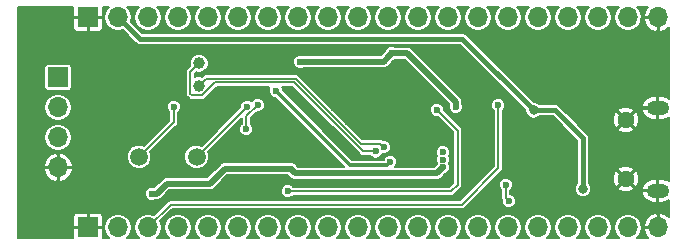
<source format=gbl>
G04 #@! TF.GenerationSoftware,KiCad,Pcbnew,(5.0.2)-1*
G04 #@! TF.CreationDate,2019-03-28T08:34:28+01:00*
G04 #@! TF.ProjectId,mibo48_xmc4,6d69626f-3438-45f7-986d-63342e6b6963,rev?*
G04 #@! TF.SameCoordinates,PX7a53eb0PY5ad6650*
G04 #@! TF.FileFunction,Copper,L2,Bot*
G04 #@! TF.FilePolarity,Positive*
%FSLAX46Y46*%
G04 Gerber Fmt 4.6, Leading zero omitted, Abs format (unit mm)*
G04 Created by KiCad (PCBNEW (5.0.2)-1) date 2019-03-28 08:34:28*
%MOMM*%
%LPD*%
G01*
G04 APERTURE LIST*
G04 #@! TA.AperFunction,ComponentPad*
%ADD10O,1.700000X1.700000*%
G04 #@! TD*
G04 #@! TA.AperFunction,ComponentPad*
%ADD11R,1.700000X1.700000*%
G04 #@! TD*
G04 #@! TA.AperFunction,ComponentPad*
%ADD12C,1.450000*%
G04 #@! TD*
G04 #@! TA.AperFunction,ComponentPad*
%ADD13O,1.900000X1.200000*%
G04 #@! TD*
G04 #@! TA.AperFunction,ComponentPad*
%ADD14C,1.500000*%
G04 #@! TD*
G04 #@! TA.AperFunction,ComponentPad*
%ADD15C,1.000000*%
G04 #@! TD*
G04 #@! TA.AperFunction,ViaPad*
%ADD16C,0.600000*%
G04 #@! TD*
G04 #@! TA.AperFunction,ViaPad*
%ADD17C,0.800000*%
G04 #@! TD*
G04 #@! TA.AperFunction,Conductor*
%ADD18C,0.152000*%
G04 #@! TD*
G04 #@! TA.AperFunction,Conductor*
%ADD19C,0.500000*%
G04 #@! TD*
G04 #@! TA.AperFunction,Conductor*
%ADD20C,0.400000*%
G04 #@! TD*
G04 #@! TA.AperFunction,Conductor*
%ADD21C,0.300000*%
G04 #@! TD*
G04 #@! TA.AperFunction,Conductor*
%ADD22C,0.200000*%
G04 #@! TD*
G04 APERTURE END LIST*
D10*
G04 #@! TO.P,J2,20*
G04 #@! TO.N,GND*
X54610000Y-19050000D03*
G04 #@! TO.P,J2,19*
G04 #@! TO.N,/5V*
X52070000Y-19050000D03*
G04 #@! TO.P,J2,18*
G04 #@! TO.N,/HIB_IO*
X49530000Y-19050000D03*
G04 #@! TO.P,J2,17*
G04 #@! TO.N,/P0.0*
X46990000Y-19050000D03*
G04 #@! TO.P,J2,16*
G04 #@! TO.N,/P0.1*
X44450000Y-19050000D03*
G04 #@! TO.P,J2,15*
G04 #@! TO.N,/P0.2*
X41910000Y-19050000D03*
G04 #@! TO.P,J2,14*
G04 #@! TO.N,/P0.3*
X39370000Y-19050000D03*
G04 #@! TO.P,J2,13*
G04 #@! TO.N,/P0.4*
X36830000Y-19050000D03*
G04 #@! TO.P,J2,12*
G04 #@! TO.N,/P0.5*
X34290000Y-19050000D03*
G04 #@! TO.P,J2,11*
G04 #@! TO.N,/P0.6*
X31750000Y-19050000D03*
G04 #@! TO.P,J2,10*
G04 #@! TO.N,/P0.7*
X29210000Y-19050000D03*
G04 #@! TO.P,J2,9*
G04 #@! TO.N,/P0.8*
X26670000Y-19050000D03*
G04 #@! TO.P,J2,8*
G04 #@! TO.N,/P1.1*
X24130000Y-19050000D03*
G04 #@! TO.P,J2,7*
G04 #@! TO.N,/P1.2*
X21590000Y-19050000D03*
G04 #@! TO.P,J2,6*
G04 #@! TO.N,/P1.3*
X19050000Y-19050000D03*
G04 #@! TO.P,J2,5*
G04 #@! TO.N,/P1.4*
X16510000Y-19050000D03*
G04 #@! TO.P,J2,4*
G04 #@! TO.N,/P1.5*
X13970000Y-19050000D03*
G04 #@! TO.P,J2,3*
G04 #@! TO.N,/RESET*
X11430000Y-19050000D03*
G04 #@! TO.P,J2,2*
G04 #@! TO.N,+3V3*
X8890000Y-19050000D03*
D11*
G04 #@! TO.P,J2,1*
G04 #@! TO.N,GND*
X6350000Y-19050000D03*
G04 #@! TD*
D12*
G04 #@! TO.P,J4,6*
G04 #@! TO.N,GND*
X51877500Y-14946000D03*
X51877500Y-9946000D03*
D13*
X54577500Y-15946000D03*
X54577500Y-8946000D03*
G04 #@! TD*
D11*
G04 #@! TO.P,J5,1*
G04 #@! TO.N,+3V3*
X3810000Y-6350000D03*
D10*
G04 #@! TO.P,J5,2*
G04 #@! TO.N,/SWDIO*
X3810000Y-8890000D03*
G04 #@! TO.P,J5,3*
G04 #@! TO.N,/SWDCLK*
X3810000Y-11430000D03*
G04 #@! TO.P,J5,4*
G04 #@! TO.N,GND*
X3810000Y-13970000D03*
G04 #@! TD*
D14*
G04 #@! TO.P,Y1,1*
G04 #@! TO.N,/OSC_IN*
X10668000Y-13081000D03*
G04 #@! TO.P,Y1,2*
G04 #@! TO.N,/OSC_OUT*
X15548000Y-13081000D03*
G04 #@! TD*
D15*
G04 #@! TO.P,Y2,1*
G04 #@! TO.N,/OSC32_IN*
X15748000Y-5143500D03*
G04 #@! TO.P,Y2,2*
G04 #@! TO.N,/OSC32_OUT*
X15748000Y-7043500D03*
G04 #@! TD*
D11*
G04 #@! TO.P,J3,1*
G04 #@! TO.N,GND*
X6350000Y-1270000D03*
D10*
G04 #@! TO.P,J3,2*
G04 #@! TO.N,/5V*
X8890000Y-1270000D03*
G04 #@! TO.P,J3,3*
G04 #@! TO.N,/P2.0*
X11430000Y-1270000D03*
G04 #@! TO.P,J3,4*
G04 #@! TO.N,/P2.1*
X13970000Y-1270000D03*
G04 #@! TO.P,J3,5*
G04 #@! TO.N,/P2.2*
X16510000Y-1270000D03*
G04 #@! TO.P,J3,6*
G04 #@! TO.N,/P2.3*
X19050000Y-1270000D03*
G04 #@! TO.P,J3,7*
G04 #@! TO.N,/P2.4*
X21590000Y-1270000D03*
G04 #@! TO.P,J3,8*
G04 #@! TO.N,/P2.5*
X24130000Y-1270000D03*
G04 #@! TO.P,J3,9*
G04 #@! TO.N,/P14.8*
X26670000Y-1270000D03*
G04 #@! TO.P,J3,10*
G04 #@! TO.N,/P14.9*
X29210000Y-1270000D03*
G04 #@! TO.P,J3,11*
G04 #@! TO.N,/VDDA*
X31750000Y-1270000D03*
G04 #@! TO.P,J3,12*
G04 #@! TO.N,/P14.0*
X34290000Y-1270000D03*
G04 #@! TO.P,J3,13*
G04 #@! TO.N,/P14.3*
X36830000Y-1270000D03*
G04 #@! TO.P,J3,14*
G04 #@! TO.N,/P14.4*
X39370000Y-1270000D03*
G04 #@! TO.P,J3,15*
G04 #@! TO.N,/P14.5*
X41910000Y-1270000D03*
G04 #@! TO.P,J3,16*
G04 #@! TO.N,/P14.6*
X44450000Y-1270000D03*
G04 #@! TO.P,J3,17*
G04 #@! TO.N,/P14.7*
X46990000Y-1270000D03*
G04 #@! TO.P,J3,18*
G04 #@! TO.N,/LED1*
X49530000Y-1270000D03*
G04 #@! TO.P,J3,19*
G04 #@! TO.N,+3V3*
X52070000Y-1270000D03*
G04 #@! TO.P,J3,20*
G04 #@! TO.N,GND*
X54610000Y-1270000D03*
G04 #@! TD*
D16*
G04 #@! TO.N,GND*
X27178000Y-8953500D03*
X28384500Y-10160000D03*
X27178000Y-11366500D03*
X25971500Y-10160000D03*
X27178000Y-6921500D03*
X27178000Y-13398500D03*
X50545994Y-7810500D03*
X48632841Y-7103841D03*
X38036500Y-5588000D03*
X30734000Y-7683500D03*
X33147000Y-5207000D03*
X21082000Y-5016500D03*
X16700500Y-8826500D03*
X19075500Y-5842000D03*
X20701000Y-7683500D03*
X34440663Y-13317990D03*
X22098000Y-14922500D03*
X30416500Y-10160000D03*
X23939500Y-10160000D03*
X25409261Y-5888889D03*
X35593333Y-11923712D03*
X43561000Y-15000000D03*
X45974000Y-15116000D03*
X44831000Y-15000000D03*
X48644000Y-8255000D03*
G04 #@! TO.N,/OSC_IN*
X13589000Y-8826500D03*
G04 #@! TO.N,/OSC_OUT*
X19812000Y-8826500D03*
G04 #@! TO.N,/RESET*
X20701000Y-8699500D03*
X19748500Y-10731500D03*
X41084500Y-8699500D03*
G04 #@! TO.N,+3V3*
X37465000Y-8826500D03*
X23495000Y-14097000D03*
X24320500Y-5016500D03*
X36385500Y-12700000D03*
X36385500Y-13335000D03*
X36385500Y-13970000D03*
X32131000Y-14478002D03*
X11747500Y-16192498D03*
X32067498Y-4318002D03*
D17*
G04 #@! TO.N,/5V*
X44069000Y-9144000D03*
X48260000Y-15811500D03*
D16*
G04 #@! TO.N,/LED1*
X23241000Y-16002000D03*
X35877500Y-9080500D03*
G04 #@! TO.N,/OSC32_OUT*
X31369000Y-12255506D03*
G04 #@! TO.N,/OSC32_IN*
X30685167Y-12616490D03*
G04 #@! TO.N,/HIB_IO*
X41719500Y-15430528D03*
X41973500Y-16827508D03*
G04 #@! TO.N,/1V2*
X31945498Y-13495002D03*
X22224974Y-7468335D03*
G04 #@! TD*
D18*
G04 #@! TO.N,/OSC_IN*
X13589000Y-10160000D02*
X10668000Y-13081000D01*
X13589000Y-8826500D02*
X13589000Y-10160000D01*
G04 #@! TO.N,/OSC_OUT*
X15557500Y-13081000D02*
X15548000Y-13081000D01*
X19812000Y-8826500D02*
X15557500Y-13081000D01*
G04 #@! TO.N,/RESET*
X20701000Y-8699500D02*
X19748500Y-9652000D01*
X19748500Y-9652000D02*
X19748500Y-10731500D01*
X41084500Y-14033500D02*
X41084500Y-8699500D01*
X37973000Y-17145000D02*
X41084500Y-14033500D01*
X11430000Y-19050000D02*
X13335000Y-17145000D01*
X13335000Y-17145000D02*
X37973000Y-17145000D01*
D19*
G04 #@! TO.N,+3V3*
X32131000Y-14478002D02*
X23876002Y-14478002D01*
X23876002Y-14478002D02*
X23495000Y-14097000D01*
X32131002Y-14478000D02*
X32131000Y-14478002D01*
X36385500Y-13970000D02*
X35877500Y-14478000D01*
X35877500Y-14478000D02*
X32131002Y-14478000D01*
X12171764Y-16192498D02*
X11747500Y-16192498D01*
X12997262Y-15367000D02*
X12171764Y-16192498D01*
X16637000Y-15367000D02*
X12997262Y-15367000D01*
X23495000Y-14097000D02*
X17907000Y-14097000D01*
X17907000Y-14097000D02*
X16637000Y-15367000D01*
X24320500Y-5016500D02*
X31369000Y-5016500D01*
X31369000Y-5016500D02*
X31767499Y-4618001D01*
X31767499Y-4618001D02*
X32067498Y-4318002D01*
X32067500Y-4318000D02*
X32067498Y-4318002D01*
X33380764Y-4318000D02*
X32067500Y-4318000D01*
X37465000Y-8826500D02*
X37465000Y-8402236D01*
X37465000Y-8402236D02*
X33380764Y-4318000D01*
D20*
G04 #@! TO.N,/5V*
X44069000Y-9144000D02*
X38036500Y-3111500D01*
X10731500Y-3111500D02*
X8890000Y-1270000D01*
X38036500Y-3111500D02*
X10731500Y-3111500D01*
X48260000Y-15811500D02*
X48260000Y-11493500D01*
X45910500Y-9144000D02*
X44069000Y-9144000D01*
X48260000Y-11493500D02*
X45910500Y-9144000D01*
D18*
G04 #@! TO.N,/LED1*
X37084000Y-16002000D02*
X37655500Y-15430500D01*
X23241000Y-16002000D02*
X37084000Y-16002000D01*
X36177499Y-9380499D02*
X35877500Y-9080500D01*
X37655500Y-10858500D02*
X36177499Y-9380499D01*
X37655500Y-15430500D02*
X37655500Y-10858500D01*
G04 #@! TO.N,/OSC32_OUT*
X16314500Y-6477000D02*
X15748000Y-7043500D01*
X23939500Y-6477000D02*
X16314500Y-6477000D01*
X29418007Y-11955507D02*
X23939500Y-6477000D01*
X31369000Y-12255506D02*
X31069001Y-11955507D01*
X31069001Y-11955507D02*
X29418007Y-11955507D01*
G04 #@! TO.N,/OSC32_IN*
X15019999Y-5871501D02*
X15248001Y-5643499D01*
X15019999Y-7717499D02*
X15019999Y-5871501D01*
X15248001Y-5643499D02*
X15748000Y-5143500D01*
X29634490Y-12616490D02*
X23799011Y-6781011D01*
X30685167Y-12616490D02*
X29634490Y-12616490D01*
X23799011Y-6781011D02*
X17094989Y-6781011D01*
X17094989Y-6781011D02*
X16002000Y-7874000D01*
X16002000Y-7874000D02*
X15176500Y-7874000D01*
X15176500Y-7874000D02*
X15019999Y-7717499D01*
G04 #@! TO.N,/HIB_IO*
X41719500Y-16573508D02*
X41973500Y-16827508D01*
X41719500Y-15430528D02*
X41719500Y-16573508D01*
D21*
G04 #@! TO.N,/1V2*
X28536139Y-13779500D02*
X22224974Y-7468335D01*
X31945498Y-13495002D02*
X31661000Y-13779500D01*
X31661000Y-13779500D02*
X28536139Y-13779500D01*
G04 #@! TD*
D22*
G04 #@! TO.N,GND*
G36*
X5100000Y-1120000D02*
X5200000Y-1220000D01*
X6300000Y-1220000D01*
X6300000Y-1200000D01*
X6400000Y-1200000D01*
X6400000Y-1220000D01*
X7500000Y-1220000D01*
X7600000Y-1120000D01*
X7600000Y-375000D01*
X8159519Y-375000D01*
X8060897Y-440897D01*
X7806724Y-821293D01*
X7717471Y-1270000D01*
X7806724Y-1718707D01*
X8060897Y-2099103D01*
X8441293Y-2353276D01*
X8776739Y-2420000D01*
X9003261Y-2420000D01*
X9278204Y-2365311D01*
X10343125Y-3430232D01*
X10371020Y-3471980D01*
X10536410Y-3582489D01*
X10682257Y-3611500D01*
X10682258Y-3611500D01*
X10731499Y-3621295D01*
X10780740Y-3611500D01*
X37829394Y-3611500D01*
X43369000Y-9151107D01*
X43369000Y-9283239D01*
X43475568Y-9540518D01*
X43672482Y-9737432D01*
X43929761Y-9844000D01*
X44208239Y-9844000D01*
X44465518Y-9737432D01*
X44558950Y-9644000D01*
X45703394Y-9644000D01*
X47760001Y-11700608D01*
X47760000Y-15321550D01*
X47666568Y-15414982D01*
X47560000Y-15672261D01*
X47560000Y-15950739D01*
X47666568Y-16208018D01*
X47863482Y-16404932D01*
X48120761Y-16511500D01*
X48399239Y-16511500D01*
X48656518Y-16404932D01*
X48853432Y-16208018D01*
X48876791Y-16151623D01*
X53248869Y-16151623D01*
X53284487Y-16282489D01*
X53485038Y-16617751D01*
X53798623Y-16850745D01*
X54177500Y-16946000D01*
X54527500Y-16946000D01*
X54527500Y-15996000D01*
X53328890Y-15996000D01*
X53248869Y-16151623D01*
X48876791Y-16151623D01*
X48960000Y-15950739D01*
X48960000Y-15720879D01*
X51173331Y-15720879D01*
X51244378Y-15902482D01*
X51658601Y-16071960D01*
X52106149Y-16070020D01*
X52510622Y-15902482D01*
X52574040Y-15740377D01*
X53248869Y-15740377D01*
X53328890Y-15896000D01*
X54527500Y-15896000D01*
X54527500Y-14946000D01*
X54177500Y-14946000D01*
X53798623Y-15041255D01*
X53485038Y-15274249D01*
X53284487Y-15609511D01*
X53248869Y-15740377D01*
X52574040Y-15740377D01*
X52581669Y-15720879D01*
X51877500Y-15016711D01*
X51173331Y-15720879D01*
X48960000Y-15720879D01*
X48960000Y-15672261D01*
X48853432Y-15414982D01*
X48760000Y-15321550D01*
X48760000Y-14727101D01*
X50751540Y-14727101D01*
X50753480Y-15174649D01*
X50921018Y-15579122D01*
X51102621Y-15650169D01*
X51806789Y-14946000D01*
X51948211Y-14946000D01*
X52652379Y-15650169D01*
X52833982Y-15579122D01*
X53003460Y-15164899D01*
X53001520Y-14717351D01*
X52833982Y-14312878D01*
X52652379Y-14241831D01*
X51948211Y-14946000D01*
X51806789Y-14946000D01*
X51102621Y-14241831D01*
X50921018Y-14312878D01*
X50751540Y-14727101D01*
X48760000Y-14727101D01*
X48760000Y-14171121D01*
X51173331Y-14171121D01*
X51877500Y-14875289D01*
X52581669Y-14171121D01*
X52510622Y-13989518D01*
X52096399Y-13820040D01*
X51648851Y-13821980D01*
X51244378Y-13989518D01*
X51173331Y-14171121D01*
X48760000Y-14171121D01*
X48760000Y-11542743D01*
X48769795Y-11493500D01*
X48730989Y-11298410D01*
X48673709Y-11212684D01*
X48620480Y-11133020D01*
X48578732Y-11105125D01*
X48194486Y-10720879D01*
X51173331Y-10720879D01*
X51244378Y-10902482D01*
X51658601Y-11071960D01*
X52106149Y-11070020D01*
X52510622Y-10902482D01*
X52581669Y-10720879D01*
X51877500Y-10016711D01*
X51173331Y-10720879D01*
X48194486Y-10720879D01*
X47200708Y-9727101D01*
X50751540Y-9727101D01*
X50753480Y-10174649D01*
X50921018Y-10579122D01*
X51102621Y-10650169D01*
X51806789Y-9946000D01*
X51948211Y-9946000D01*
X52652379Y-10650169D01*
X52833982Y-10579122D01*
X53003460Y-10164899D01*
X53001520Y-9717351D01*
X52833982Y-9312878D01*
X52652379Y-9241831D01*
X51948211Y-9946000D01*
X51806789Y-9946000D01*
X51102621Y-9241831D01*
X50921018Y-9312878D01*
X50751540Y-9727101D01*
X47200708Y-9727101D01*
X46644728Y-9171121D01*
X51173331Y-9171121D01*
X51877500Y-9875289D01*
X52581669Y-9171121D01*
X52574041Y-9151623D01*
X53248869Y-9151623D01*
X53284487Y-9282489D01*
X53485038Y-9617751D01*
X53798623Y-9850745D01*
X54177500Y-9946000D01*
X54527500Y-9946000D01*
X54527500Y-8996000D01*
X53328890Y-8996000D01*
X53248869Y-9151623D01*
X52574041Y-9151623D01*
X52510622Y-8989518D01*
X52096399Y-8820040D01*
X51648851Y-8821980D01*
X51244378Y-8989518D01*
X51173331Y-9171121D01*
X46644728Y-9171121D01*
X46298877Y-8825270D01*
X46270980Y-8783520D01*
X46206412Y-8740377D01*
X53248869Y-8740377D01*
X53328890Y-8896000D01*
X54527500Y-8896000D01*
X54527500Y-7946000D01*
X54177500Y-7946000D01*
X53798623Y-8041255D01*
X53485038Y-8274249D01*
X53284487Y-8609511D01*
X53248869Y-8740377D01*
X46206412Y-8740377D01*
X46105590Y-8673011D01*
X45959743Y-8644000D01*
X45959741Y-8644000D01*
X45910500Y-8634205D01*
X45861259Y-8644000D01*
X44558950Y-8644000D01*
X44465518Y-8550568D01*
X44208239Y-8444000D01*
X44076107Y-8444000D01*
X38424877Y-2792771D01*
X38396980Y-2751020D01*
X38231590Y-2640511D01*
X38085743Y-2611500D01*
X38085741Y-2611500D01*
X38036500Y-2601705D01*
X37987259Y-2611500D01*
X10938607Y-2611500D01*
X9985311Y-1658204D01*
X10062529Y-1270000D01*
X9973276Y-821293D01*
X9719103Y-440897D01*
X9620481Y-375000D01*
X10699519Y-375000D01*
X10600897Y-440897D01*
X10346724Y-821293D01*
X10257471Y-1270000D01*
X10346724Y-1718707D01*
X10600897Y-2099103D01*
X10981293Y-2353276D01*
X11316739Y-2420000D01*
X11543261Y-2420000D01*
X11878707Y-2353276D01*
X12259103Y-2099103D01*
X12513276Y-1718707D01*
X12602529Y-1270000D01*
X12513276Y-821293D01*
X12259103Y-440897D01*
X12160481Y-375000D01*
X13239519Y-375000D01*
X13140897Y-440897D01*
X12886724Y-821293D01*
X12797471Y-1270000D01*
X12886724Y-1718707D01*
X13140897Y-2099103D01*
X13521293Y-2353276D01*
X13856739Y-2420000D01*
X14083261Y-2420000D01*
X14418707Y-2353276D01*
X14799103Y-2099103D01*
X15053276Y-1718707D01*
X15142529Y-1270000D01*
X15053276Y-821293D01*
X14799103Y-440897D01*
X14700481Y-375000D01*
X15779519Y-375000D01*
X15680897Y-440897D01*
X15426724Y-821293D01*
X15337471Y-1270000D01*
X15426724Y-1718707D01*
X15680897Y-2099103D01*
X16061293Y-2353276D01*
X16396739Y-2420000D01*
X16623261Y-2420000D01*
X16958707Y-2353276D01*
X17339103Y-2099103D01*
X17593276Y-1718707D01*
X17682529Y-1270000D01*
X17593276Y-821293D01*
X17339103Y-440897D01*
X17240481Y-375000D01*
X18319519Y-375000D01*
X18220897Y-440897D01*
X17966724Y-821293D01*
X17877471Y-1270000D01*
X17966724Y-1718707D01*
X18220897Y-2099103D01*
X18601293Y-2353276D01*
X18936739Y-2420000D01*
X19163261Y-2420000D01*
X19498707Y-2353276D01*
X19879103Y-2099103D01*
X20133276Y-1718707D01*
X20222529Y-1270000D01*
X20133276Y-821293D01*
X19879103Y-440897D01*
X19780481Y-375000D01*
X20859519Y-375000D01*
X20760897Y-440897D01*
X20506724Y-821293D01*
X20417471Y-1270000D01*
X20506724Y-1718707D01*
X20760897Y-2099103D01*
X21141293Y-2353276D01*
X21476739Y-2420000D01*
X21703261Y-2420000D01*
X22038707Y-2353276D01*
X22419103Y-2099103D01*
X22673276Y-1718707D01*
X22762529Y-1270000D01*
X22673276Y-821293D01*
X22419103Y-440897D01*
X22320481Y-375000D01*
X23399519Y-375000D01*
X23300897Y-440897D01*
X23046724Y-821293D01*
X22957471Y-1270000D01*
X23046724Y-1718707D01*
X23300897Y-2099103D01*
X23681293Y-2353276D01*
X24016739Y-2420000D01*
X24243261Y-2420000D01*
X24578707Y-2353276D01*
X24959103Y-2099103D01*
X25213276Y-1718707D01*
X25302529Y-1270000D01*
X25213276Y-821293D01*
X24959103Y-440897D01*
X24860481Y-375000D01*
X25939519Y-375000D01*
X25840897Y-440897D01*
X25586724Y-821293D01*
X25497471Y-1270000D01*
X25586724Y-1718707D01*
X25840897Y-2099103D01*
X26221293Y-2353276D01*
X26556739Y-2420000D01*
X26783261Y-2420000D01*
X27118707Y-2353276D01*
X27499103Y-2099103D01*
X27753276Y-1718707D01*
X27842529Y-1270000D01*
X27753276Y-821293D01*
X27499103Y-440897D01*
X27400481Y-375000D01*
X28479519Y-375000D01*
X28380897Y-440897D01*
X28126724Y-821293D01*
X28037471Y-1270000D01*
X28126724Y-1718707D01*
X28380897Y-2099103D01*
X28761293Y-2353276D01*
X29096739Y-2420000D01*
X29323261Y-2420000D01*
X29658707Y-2353276D01*
X30039103Y-2099103D01*
X30293276Y-1718707D01*
X30382529Y-1270000D01*
X30293276Y-821293D01*
X30039103Y-440897D01*
X29940481Y-375000D01*
X31019519Y-375000D01*
X30920897Y-440897D01*
X30666724Y-821293D01*
X30577471Y-1270000D01*
X30666724Y-1718707D01*
X30920897Y-2099103D01*
X31301293Y-2353276D01*
X31636739Y-2420000D01*
X31863261Y-2420000D01*
X32198707Y-2353276D01*
X32579103Y-2099103D01*
X32833276Y-1718707D01*
X32922529Y-1270000D01*
X32833276Y-821293D01*
X32579103Y-440897D01*
X32480481Y-375000D01*
X33559519Y-375000D01*
X33460897Y-440897D01*
X33206724Y-821293D01*
X33117471Y-1270000D01*
X33206724Y-1718707D01*
X33460897Y-2099103D01*
X33841293Y-2353276D01*
X34176739Y-2420000D01*
X34403261Y-2420000D01*
X34738707Y-2353276D01*
X35119103Y-2099103D01*
X35373276Y-1718707D01*
X35462529Y-1270000D01*
X35373276Y-821293D01*
X35119103Y-440897D01*
X35020481Y-375000D01*
X36099519Y-375000D01*
X36000897Y-440897D01*
X35746724Y-821293D01*
X35657471Y-1270000D01*
X35746724Y-1718707D01*
X36000897Y-2099103D01*
X36381293Y-2353276D01*
X36716739Y-2420000D01*
X36943261Y-2420000D01*
X37278707Y-2353276D01*
X37659103Y-2099103D01*
X37913276Y-1718707D01*
X38002529Y-1270000D01*
X37913276Y-821293D01*
X37659103Y-440897D01*
X37560481Y-375000D01*
X38639519Y-375000D01*
X38540897Y-440897D01*
X38286724Y-821293D01*
X38197471Y-1270000D01*
X38286724Y-1718707D01*
X38540897Y-2099103D01*
X38921293Y-2353276D01*
X39256739Y-2420000D01*
X39483261Y-2420000D01*
X39818707Y-2353276D01*
X40199103Y-2099103D01*
X40453276Y-1718707D01*
X40542529Y-1270000D01*
X40453276Y-821293D01*
X40199103Y-440897D01*
X40100481Y-375000D01*
X41179519Y-375000D01*
X41080897Y-440897D01*
X40826724Y-821293D01*
X40737471Y-1270000D01*
X40826724Y-1718707D01*
X41080897Y-2099103D01*
X41461293Y-2353276D01*
X41796739Y-2420000D01*
X42023261Y-2420000D01*
X42358707Y-2353276D01*
X42739103Y-2099103D01*
X42993276Y-1718707D01*
X43082529Y-1270000D01*
X42993276Y-821293D01*
X42739103Y-440897D01*
X42640481Y-375000D01*
X43719519Y-375000D01*
X43620897Y-440897D01*
X43366724Y-821293D01*
X43277471Y-1270000D01*
X43366724Y-1718707D01*
X43620897Y-2099103D01*
X44001293Y-2353276D01*
X44336739Y-2420000D01*
X44563261Y-2420000D01*
X44898707Y-2353276D01*
X45279103Y-2099103D01*
X45533276Y-1718707D01*
X45622529Y-1270000D01*
X45533276Y-821293D01*
X45279103Y-440897D01*
X45180481Y-375000D01*
X46259519Y-375000D01*
X46160897Y-440897D01*
X45906724Y-821293D01*
X45817471Y-1270000D01*
X45906724Y-1718707D01*
X46160897Y-2099103D01*
X46541293Y-2353276D01*
X46876739Y-2420000D01*
X47103261Y-2420000D01*
X47438707Y-2353276D01*
X47819103Y-2099103D01*
X48073276Y-1718707D01*
X48162529Y-1270000D01*
X48073276Y-821293D01*
X47819103Y-440897D01*
X47720481Y-375000D01*
X48799519Y-375000D01*
X48700897Y-440897D01*
X48446724Y-821293D01*
X48357471Y-1270000D01*
X48446724Y-1718707D01*
X48700897Y-2099103D01*
X49081293Y-2353276D01*
X49416739Y-2420000D01*
X49643261Y-2420000D01*
X49978707Y-2353276D01*
X50359103Y-2099103D01*
X50613276Y-1718707D01*
X50702529Y-1270000D01*
X50613276Y-821293D01*
X50359103Y-440897D01*
X50260481Y-375000D01*
X51339519Y-375000D01*
X51240897Y-440897D01*
X50986724Y-821293D01*
X50897471Y-1270000D01*
X50986724Y-1718707D01*
X51240897Y-2099103D01*
X51621293Y-2353276D01*
X51956739Y-2420000D01*
X52183261Y-2420000D01*
X52518707Y-2353276D01*
X52899103Y-2099103D01*
X53153276Y-1718707D01*
X53193841Y-1514772D01*
X53384195Y-1514772D01*
X53571174Y-1965235D01*
X53916305Y-2309855D01*
X54365229Y-2495801D01*
X54560000Y-2418913D01*
X54560000Y-1320000D01*
X53460996Y-1320000D01*
X53384195Y-1514772D01*
X53193841Y-1514772D01*
X53242529Y-1270000D01*
X53153276Y-821293D01*
X52899103Y-440897D01*
X52800481Y-375000D01*
X53771235Y-375000D01*
X53571174Y-574765D01*
X53384195Y-1025228D01*
X53460996Y-1220000D01*
X54560000Y-1220000D01*
X54560000Y-1200000D01*
X54660000Y-1200000D01*
X54660000Y-1220000D01*
X54680000Y-1220000D01*
X54680000Y-1320000D01*
X54660000Y-1320000D01*
X54660000Y-2418913D01*
X54854771Y-2495801D01*
X55303695Y-2309855D01*
X55505000Y-2108848D01*
X55505000Y-8151682D01*
X55356377Y-8041255D01*
X54977500Y-7946000D01*
X54627500Y-7946000D01*
X54627500Y-8896000D01*
X54647500Y-8896000D01*
X54647500Y-8996000D01*
X54627500Y-8996000D01*
X54627500Y-9946000D01*
X54977500Y-9946000D01*
X55356377Y-9850745D01*
X55505000Y-9740318D01*
X55505001Y-15151683D01*
X55356377Y-15041255D01*
X54977500Y-14946000D01*
X54627500Y-14946000D01*
X54627500Y-15896000D01*
X54647500Y-15896000D01*
X54647500Y-15996000D01*
X54627500Y-15996000D01*
X54627500Y-16946000D01*
X54977500Y-16946000D01*
X55356377Y-16850745D01*
X55505001Y-16740317D01*
X55505001Y-18211153D01*
X55303695Y-18010145D01*
X54854771Y-17824199D01*
X54660000Y-17901087D01*
X54660000Y-19000000D01*
X54680000Y-19000000D01*
X54680000Y-19100000D01*
X54660000Y-19100000D01*
X54660000Y-19120000D01*
X54560000Y-19120000D01*
X54560000Y-19100000D01*
X53460996Y-19100000D01*
X53384195Y-19294772D01*
X53571174Y-19745235D01*
X53771235Y-19945000D01*
X52800481Y-19945000D01*
X52899103Y-19879103D01*
X53153276Y-19498707D01*
X53242529Y-19050000D01*
X53193842Y-18805228D01*
X53384195Y-18805228D01*
X53460996Y-19000000D01*
X54560000Y-19000000D01*
X54560000Y-17901087D01*
X54365229Y-17824199D01*
X53916305Y-18010145D01*
X53571174Y-18354765D01*
X53384195Y-18805228D01*
X53193842Y-18805228D01*
X53153276Y-18601293D01*
X52899103Y-18220897D01*
X52518707Y-17966724D01*
X52183261Y-17900000D01*
X51956739Y-17900000D01*
X51621293Y-17966724D01*
X51240897Y-18220897D01*
X50986724Y-18601293D01*
X50897471Y-19050000D01*
X50986724Y-19498707D01*
X51240897Y-19879103D01*
X51339519Y-19945000D01*
X50260481Y-19945000D01*
X50359103Y-19879103D01*
X50613276Y-19498707D01*
X50702529Y-19050000D01*
X50613276Y-18601293D01*
X50359103Y-18220897D01*
X49978707Y-17966724D01*
X49643261Y-17900000D01*
X49416739Y-17900000D01*
X49081293Y-17966724D01*
X48700897Y-18220897D01*
X48446724Y-18601293D01*
X48357471Y-19050000D01*
X48446724Y-19498707D01*
X48700897Y-19879103D01*
X48799519Y-19945000D01*
X47720481Y-19945000D01*
X47819103Y-19879103D01*
X48073276Y-19498707D01*
X48162529Y-19050000D01*
X48073276Y-18601293D01*
X47819103Y-18220897D01*
X47438707Y-17966724D01*
X47103261Y-17900000D01*
X46876739Y-17900000D01*
X46541293Y-17966724D01*
X46160897Y-18220897D01*
X45906724Y-18601293D01*
X45817471Y-19050000D01*
X45906724Y-19498707D01*
X46160897Y-19879103D01*
X46259519Y-19945000D01*
X45180481Y-19945000D01*
X45279103Y-19879103D01*
X45533276Y-19498707D01*
X45622529Y-19050000D01*
X45533276Y-18601293D01*
X45279103Y-18220897D01*
X44898707Y-17966724D01*
X44563261Y-17900000D01*
X44336739Y-17900000D01*
X44001293Y-17966724D01*
X43620897Y-18220897D01*
X43366724Y-18601293D01*
X43277471Y-19050000D01*
X43366724Y-19498707D01*
X43620897Y-19879103D01*
X43719519Y-19945000D01*
X42640481Y-19945000D01*
X42739103Y-19879103D01*
X42993276Y-19498707D01*
X43082529Y-19050000D01*
X42993276Y-18601293D01*
X42739103Y-18220897D01*
X42358707Y-17966724D01*
X42023261Y-17900000D01*
X41796739Y-17900000D01*
X41461293Y-17966724D01*
X41080897Y-18220897D01*
X40826724Y-18601293D01*
X40737471Y-19050000D01*
X40826724Y-19498707D01*
X41080897Y-19879103D01*
X41179519Y-19945000D01*
X40100481Y-19945000D01*
X40199103Y-19879103D01*
X40453276Y-19498707D01*
X40542529Y-19050000D01*
X40453276Y-18601293D01*
X40199103Y-18220897D01*
X39818707Y-17966724D01*
X39483261Y-17900000D01*
X39256739Y-17900000D01*
X38921293Y-17966724D01*
X38540897Y-18220897D01*
X38286724Y-18601293D01*
X38197471Y-19050000D01*
X38286724Y-19498707D01*
X38540897Y-19879103D01*
X38639519Y-19945000D01*
X37560481Y-19945000D01*
X37659103Y-19879103D01*
X37913276Y-19498707D01*
X38002529Y-19050000D01*
X37913276Y-18601293D01*
X37659103Y-18220897D01*
X37278707Y-17966724D01*
X36943261Y-17900000D01*
X36716739Y-17900000D01*
X36381293Y-17966724D01*
X36000897Y-18220897D01*
X35746724Y-18601293D01*
X35657471Y-19050000D01*
X35746724Y-19498707D01*
X36000897Y-19879103D01*
X36099519Y-19945000D01*
X35020481Y-19945000D01*
X35119103Y-19879103D01*
X35373276Y-19498707D01*
X35462529Y-19050000D01*
X35373276Y-18601293D01*
X35119103Y-18220897D01*
X34738707Y-17966724D01*
X34403261Y-17900000D01*
X34176739Y-17900000D01*
X33841293Y-17966724D01*
X33460897Y-18220897D01*
X33206724Y-18601293D01*
X33117471Y-19050000D01*
X33206724Y-19498707D01*
X33460897Y-19879103D01*
X33559519Y-19945000D01*
X32480481Y-19945000D01*
X32579103Y-19879103D01*
X32833276Y-19498707D01*
X32922529Y-19050000D01*
X32833276Y-18601293D01*
X32579103Y-18220897D01*
X32198707Y-17966724D01*
X31863261Y-17900000D01*
X31636739Y-17900000D01*
X31301293Y-17966724D01*
X30920897Y-18220897D01*
X30666724Y-18601293D01*
X30577471Y-19050000D01*
X30666724Y-19498707D01*
X30920897Y-19879103D01*
X31019519Y-19945000D01*
X29940481Y-19945000D01*
X30039103Y-19879103D01*
X30293276Y-19498707D01*
X30382529Y-19050000D01*
X30293276Y-18601293D01*
X30039103Y-18220897D01*
X29658707Y-17966724D01*
X29323261Y-17900000D01*
X29096739Y-17900000D01*
X28761293Y-17966724D01*
X28380897Y-18220897D01*
X28126724Y-18601293D01*
X28037471Y-19050000D01*
X28126724Y-19498707D01*
X28380897Y-19879103D01*
X28479519Y-19945000D01*
X27400481Y-19945000D01*
X27499103Y-19879103D01*
X27753276Y-19498707D01*
X27842529Y-19050000D01*
X27753276Y-18601293D01*
X27499103Y-18220897D01*
X27118707Y-17966724D01*
X26783261Y-17900000D01*
X26556739Y-17900000D01*
X26221293Y-17966724D01*
X25840897Y-18220897D01*
X25586724Y-18601293D01*
X25497471Y-19050000D01*
X25586724Y-19498707D01*
X25840897Y-19879103D01*
X25939519Y-19945000D01*
X24860481Y-19945000D01*
X24959103Y-19879103D01*
X25213276Y-19498707D01*
X25302529Y-19050000D01*
X25213276Y-18601293D01*
X24959103Y-18220897D01*
X24578707Y-17966724D01*
X24243261Y-17900000D01*
X24016739Y-17900000D01*
X23681293Y-17966724D01*
X23300897Y-18220897D01*
X23046724Y-18601293D01*
X22957471Y-19050000D01*
X23046724Y-19498707D01*
X23300897Y-19879103D01*
X23399519Y-19945000D01*
X22320481Y-19945000D01*
X22419103Y-19879103D01*
X22673276Y-19498707D01*
X22762529Y-19050000D01*
X22673276Y-18601293D01*
X22419103Y-18220897D01*
X22038707Y-17966724D01*
X21703261Y-17900000D01*
X21476739Y-17900000D01*
X21141293Y-17966724D01*
X20760897Y-18220897D01*
X20506724Y-18601293D01*
X20417471Y-19050000D01*
X20506724Y-19498707D01*
X20760897Y-19879103D01*
X20859519Y-19945000D01*
X19780481Y-19945000D01*
X19879103Y-19879103D01*
X20133276Y-19498707D01*
X20222529Y-19050000D01*
X20133276Y-18601293D01*
X19879103Y-18220897D01*
X19498707Y-17966724D01*
X19163261Y-17900000D01*
X18936739Y-17900000D01*
X18601293Y-17966724D01*
X18220897Y-18220897D01*
X17966724Y-18601293D01*
X17877471Y-19050000D01*
X17966724Y-19498707D01*
X18220897Y-19879103D01*
X18319519Y-19945000D01*
X17240481Y-19945000D01*
X17339103Y-19879103D01*
X17593276Y-19498707D01*
X17682529Y-19050000D01*
X17593276Y-18601293D01*
X17339103Y-18220897D01*
X16958707Y-17966724D01*
X16623261Y-17900000D01*
X16396739Y-17900000D01*
X16061293Y-17966724D01*
X15680897Y-18220897D01*
X15426724Y-18601293D01*
X15337471Y-19050000D01*
X15426724Y-19498707D01*
X15680897Y-19879103D01*
X15779519Y-19945000D01*
X14700481Y-19945000D01*
X14799103Y-19879103D01*
X15053276Y-19498707D01*
X15142529Y-19050000D01*
X15053276Y-18601293D01*
X14799103Y-18220897D01*
X14418707Y-17966724D01*
X14083261Y-17900000D01*
X13856739Y-17900000D01*
X13521293Y-17966724D01*
X13140897Y-18220897D01*
X12886724Y-18601293D01*
X12797471Y-19050000D01*
X12886724Y-19498707D01*
X13140897Y-19879103D01*
X13239519Y-19945000D01*
X12160481Y-19945000D01*
X12259103Y-19879103D01*
X12513276Y-19498707D01*
X12602529Y-19050000D01*
X12513276Y-18601293D01*
X12472090Y-18539654D01*
X13490745Y-17521000D01*
X37935969Y-17521000D01*
X37973000Y-17528366D01*
X38010031Y-17521000D01*
X38119708Y-17499184D01*
X38244081Y-17416081D01*
X38265059Y-17384685D01*
X40338563Y-15311181D01*
X41119500Y-15311181D01*
X41119500Y-15549875D01*
X41210844Y-15770401D01*
X41343500Y-15903057D01*
X41343501Y-16536472D01*
X41336134Y-16573508D01*
X41365316Y-16720215D01*
X41365317Y-16720216D01*
X41373500Y-16732463D01*
X41373500Y-16946855D01*
X41464844Y-17167381D01*
X41633627Y-17336164D01*
X41854153Y-17427508D01*
X42092847Y-17427508D01*
X42313373Y-17336164D01*
X42482156Y-17167381D01*
X42573500Y-16946855D01*
X42573500Y-16708161D01*
X42482156Y-16487635D01*
X42313373Y-16318852D01*
X42095500Y-16228607D01*
X42095500Y-15903057D01*
X42228156Y-15770401D01*
X42319500Y-15549875D01*
X42319500Y-15311181D01*
X42228156Y-15090655D01*
X42059373Y-14921872D01*
X41838847Y-14830528D01*
X41600153Y-14830528D01*
X41379627Y-14921872D01*
X41210844Y-15090655D01*
X41119500Y-15311181D01*
X40338563Y-15311181D01*
X41324185Y-14325559D01*
X41355581Y-14304581D01*
X41438684Y-14180208D01*
X41460500Y-14070531D01*
X41460500Y-14070530D01*
X41467866Y-14033501D01*
X41460500Y-13996471D01*
X41460500Y-9172029D01*
X41593156Y-9039373D01*
X41684500Y-8818847D01*
X41684500Y-8580153D01*
X41593156Y-8359627D01*
X41424373Y-8190844D01*
X41203847Y-8099500D01*
X40965153Y-8099500D01*
X40744627Y-8190844D01*
X40575844Y-8359627D01*
X40484500Y-8580153D01*
X40484500Y-8818847D01*
X40575844Y-9039373D01*
X40708501Y-9172030D01*
X40708500Y-13877756D01*
X37817256Y-16769000D01*
X13372031Y-16769000D01*
X13335000Y-16761634D01*
X13297969Y-16769000D01*
X13188292Y-16790816D01*
X13063919Y-16873919D01*
X13042943Y-16905312D01*
X11940346Y-18007910D01*
X11878707Y-17966724D01*
X11543261Y-17900000D01*
X11316739Y-17900000D01*
X10981293Y-17966724D01*
X10600897Y-18220897D01*
X10346724Y-18601293D01*
X10257471Y-19050000D01*
X10346724Y-19498707D01*
X10600897Y-19879103D01*
X10699519Y-19945000D01*
X9620481Y-19945000D01*
X9719103Y-19879103D01*
X9973276Y-19498707D01*
X10062529Y-19050000D01*
X9973276Y-18601293D01*
X9719103Y-18220897D01*
X9338707Y-17966724D01*
X9003261Y-17900000D01*
X8776739Y-17900000D01*
X8441293Y-17966724D01*
X8060897Y-18220897D01*
X7806724Y-18601293D01*
X7717471Y-19050000D01*
X7806724Y-19498707D01*
X8060897Y-19879103D01*
X8159519Y-19945000D01*
X7600000Y-19945000D01*
X7600000Y-19200000D01*
X7500000Y-19100000D01*
X6400000Y-19100000D01*
X6400000Y-19120000D01*
X6300000Y-19120000D01*
X6300000Y-19100000D01*
X5200000Y-19100000D01*
X5100000Y-19200000D01*
X5100000Y-19945000D01*
X375000Y-19945000D01*
X375000Y-18120435D01*
X5100000Y-18120435D01*
X5100000Y-18900000D01*
X5200000Y-19000000D01*
X6300000Y-19000000D01*
X6300000Y-17900000D01*
X6400000Y-17900000D01*
X6400000Y-19000000D01*
X7500000Y-19000000D01*
X7600000Y-18900000D01*
X7600000Y-18120435D01*
X7539104Y-17973418D01*
X7426582Y-17860896D01*
X7279565Y-17800000D01*
X6500000Y-17800000D01*
X6400000Y-17900000D01*
X6300000Y-17900000D01*
X6200000Y-17800000D01*
X5420435Y-17800000D01*
X5273418Y-17860896D01*
X5160896Y-17973418D01*
X5100000Y-18120435D01*
X375000Y-18120435D01*
X375000Y-16073151D01*
X11147500Y-16073151D01*
X11147500Y-16311845D01*
X11238844Y-16532371D01*
X11407627Y-16701154D01*
X11628153Y-16792498D01*
X11866847Y-16792498D01*
X11987559Y-16742498D01*
X12117595Y-16742498D01*
X12171764Y-16753273D01*
X12225933Y-16742498D01*
X12225934Y-16742498D01*
X12386363Y-16710587D01*
X12568292Y-16589026D01*
X12598980Y-16543098D01*
X13225080Y-15917000D01*
X16582831Y-15917000D01*
X16637000Y-15927775D01*
X16691169Y-15917000D01*
X16691170Y-15917000D01*
X16851599Y-15885089D01*
X16855244Y-15882653D01*
X22641000Y-15882653D01*
X22641000Y-16121347D01*
X22732344Y-16341873D01*
X22901127Y-16510656D01*
X23121653Y-16602000D01*
X23360347Y-16602000D01*
X23580873Y-16510656D01*
X23713529Y-16378000D01*
X37046969Y-16378000D01*
X37084000Y-16385366D01*
X37121031Y-16378000D01*
X37230708Y-16356184D01*
X37355081Y-16273081D01*
X37376059Y-16241685D01*
X37895185Y-15722559D01*
X37926581Y-15701581D01*
X38009684Y-15577208D01*
X38031500Y-15467531D01*
X38031500Y-15467530D01*
X38038866Y-15430501D01*
X38031500Y-15393470D01*
X38031500Y-10895530D01*
X38038866Y-10858499D01*
X38009684Y-10711792D01*
X37926581Y-10587419D01*
X37895185Y-10566441D01*
X36477500Y-9148756D01*
X36477500Y-8961153D01*
X36386156Y-8740627D01*
X36217373Y-8571844D01*
X35996847Y-8480500D01*
X35758153Y-8480500D01*
X35537627Y-8571844D01*
X35368844Y-8740627D01*
X35277500Y-8961153D01*
X35277500Y-9199847D01*
X35368844Y-9420373D01*
X35537627Y-9589156D01*
X35758153Y-9680500D01*
X35945756Y-9680500D01*
X37279501Y-11014245D01*
X37279500Y-15274756D01*
X36928256Y-15626000D01*
X23713529Y-15626000D01*
X23580873Y-15493344D01*
X23360347Y-15402000D01*
X23121653Y-15402000D01*
X22901127Y-15493344D01*
X22732344Y-15662127D01*
X22641000Y-15882653D01*
X16855244Y-15882653D01*
X17033528Y-15763528D01*
X17064216Y-15717600D01*
X18134817Y-14647000D01*
X23254941Y-14647000D01*
X23275840Y-14655657D01*
X23448787Y-14828604D01*
X23479474Y-14874530D01*
X23661403Y-14996091D01*
X23821832Y-15028002D01*
X23876001Y-15038777D01*
X23930170Y-15028002D01*
X31890941Y-15028002D01*
X32011653Y-15078002D01*
X32250347Y-15078002D01*
X32371064Y-15028000D01*
X35823331Y-15028000D01*
X35877500Y-15038775D01*
X35931669Y-15028000D01*
X35931670Y-15028000D01*
X36092099Y-14996089D01*
X36274028Y-14874528D01*
X36304716Y-14828601D01*
X36604661Y-14528656D01*
X36725373Y-14478656D01*
X36894156Y-14309873D01*
X36985500Y-14089347D01*
X36985500Y-13850653D01*
X36903423Y-13652500D01*
X36985500Y-13454347D01*
X36985500Y-13215653D01*
X36903423Y-13017500D01*
X36985500Y-12819347D01*
X36985500Y-12580653D01*
X36894156Y-12360127D01*
X36725373Y-12191344D01*
X36504847Y-12100000D01*
X36266153Y-12100000D01*
X36045627Y-12191344D01*
X35876844Y-12360127D01*
X35785500Y-12580653D01*
X35785500Y-12819347D01*
X35867577Y-13017500D01*
X35785500Y-13215653D01*
X35785500Y-13454347D01*
X35867577Y-13652500D01*
X35826844Y-13750839D01*
X35649683Y-13928000D01*
X32371054Y-13928000D01*
X32363965Y-13925064D01*
X32454154Y-13834875D01*
X32545498Y-13614349D01*
X32545498Y-13375655D01*
X32454154Y-13155129D01*
X32285371Y-12986346D01*
X32064845Y-12895002D01*
X31826151Y-12895002D01*
X31605625Y-12986346D01*
X31436842Y-13155129D01*
X31364616Y-13329500D01*
X28722535Y-13329500D01*
X22824974Y-7431940D01*
X22824974Y-7348988D01*
X22745455Y-7157011D01*
X23643267Y-7157011D01*
X29342431Y-12856175D01*
X29363409Y-12887571D01*
X29433334Y-12934293D01*
X29487782Y-12970674D01*
X29634490Y-12999856D01*
X29671521Y-12992490D01*
X30212638Y-12992490D01*
X30345294Y-13125146D01*
X30565820Y-13216490D01*
X30804514Y-13216490D01*
X31025040Y-13125146D01*
X31193823Y-12956363D01*
X31237657Y-12850537D01*
X31249653Y-12855506D01*
X31488347Y-12855506D01*
X31708873Y-12764162D01*
X31877656Y-12595379D01*
X31969000Y-12374853D01*
X31969000Y-12136159D01*
X31877656Y-11915633D01*
X31708873Y-11746850D01*
X31488347Y-11655506D01*
X31296800Y-11655506D01*
X31215709Y-11601323D01*
X31106032Y-11579507D01*
X31069001Y-11572141D01*
X31031970Y-11579507D01*
X29573752Y-11579507D01*
X24231559Y-6237315D01*
X24210581Y-6205919D01*
X24086208Y-6122816D01*
X23976531Y-6101000D01*
X23939500Y-6093634D01*
X23902469Y-6101000D01*
X16351531Y-6101000D01*
X16314500Y-6093634D01*
X16277469Y-6101000D01*
X16167792Y-6122816D01*
X16043419Y-6205919D01*
X16022443Y-6237312D01*
X15984293Y-6275462D01*
X15907130Y-6243500D01*
X15588870Y-6243500D01*
X15395999Y-6323390D01*
X15395999Y-6027245D01*
X15511706Y-5911538D01*
X15588870Y-5943500D01*
X15907130Y-5943500D01*
X16201164Y-5821707D01*
X16426207Y-5596664D01*
X16548000Y-5302630D01*
X16548000Y-4984370D01*
X16511874Y-4897153D01*
X23720500Y-4897153D01*
X23720500Y-5135847D01*
X23811844Y-5356373D01*
X23980627Y-5525156D01*
X24201153Y-5616500D01*
X24439847Y-5616500D01*
X24560559Y-5566500D01*
X31314831Y-5566500D01*
X31369000Y-5577275D01*
X31423169Y-5566500D01*
X31423170Y-5566500D01*
X31583599Y-5534589D01*
X31765528Y-5413028D01*
X31796216Y-5367100D01*
X32194711Y-4968606D01*
X32194713Y-4968603D01*
X32286657Y-4876659D01*
X32307562Y-4868000D01*
X33152948Y-4868000D01*
X36902226Y-8617279D01*
X36865000Y-8707153D01*
X36865000Y-8945847D01*
X36956344Y-9166373D01*
X37125127Y-9335156D01*
X37345653Y-9426500D01*
X37584347Y-9426500D01*
X37804873Y-9335156D01*
X37973656Y-9166373D01*
X38065000Y-8945847D01*
X38065000Y-8707153D01*
X38015000Y-8586441D01*
X38015000Y-8456405D01*
X38025775Y-8402236D01*
X38000317Y-8274249D01*
X37983089Y-8187637D01*
X37861528Y-8005708D01*
X37815603Y-7975022D01*
X33807980Y-3967400D01*
X33777292Y-3921472D01*
X33595363Y-3799911D01*
X33434934Y-3768000D01*
X33434933Y-3768000D01*
X33380764Y-3757225D01*
X33326595Y-3768000D01*
X32307552Y-3768000D01*
X32186845Y-3718002D01*
X31948151Y-3718002D01*
X31727625Y-3809346D01*
X31558842Y-3978129D01*
X31508841Y-4098843D01*
X31416897Y-4190787D01*
X31416894Y-4190789D01*
X31141184Y-4466500D01*
X24560559Y-4466500D01*
X24439847Y-4416500D01*
X24201153Y-4416500D01*
X23980627Y-4507844D01*
X23811844Y-4676627D01*
X23720500Y-4897153D01*
X16511874Y-4897153D01*
X16426207Y-4690336D01*
X16201164Y-4465293D01*
X15907130Y-4343500D01*
X15588870Y-4343500D01*
X15294836Y-4465293D01*
X15069793Y-4690336D01*
X14948000Y-4984370D01*
X14948000Y-5302630D01*
X14979962Y-5379794D01*
X14955942Y-5403814D01*
X14780313Y-5579444D01*
X14748919Y-5600420D01*
X14727943Y-5631813D01*
X14727942Y-5631814D01*
X14665815Y-5724794D01*
X14636633Y-5871501D01*
X14644000Y-5908537D01*
X14643999Y-7680468D01*
X14636633Y-7717499D01*
X14643999Y-7754529D01*
X14665815Y-7864206D01*
X14748918Y-7988580D01*
X14780314Y-8009558D01*
X14884441Y-8113685D01*
X14905419Y-8145081D01*
X15027272Y-8226500D01*
X15029792Y-8228184D01*
X15176500Y-8257366D01*
X15213531Y-8250000D01*
X15964969Y-8250000D01*
X16002000Y-8257366D01*
X16039031Y-8250000D01*
X16148708Y-8228184D01*
X16273081Y-8145081D01*
X16294059Y-8113685D01*
X17250734Y-7157011D01*
X21704493Y-7157011D01*
X21624974Y-7348988D01*
X21624974Y-7587682D01*
X21716318Y-7808208D01*
X21885101Y-7976991D01*
X22105627Y-8068335D01*
X22188579Y-8068335D01*
X28048245Y-13928002D01*
X24103819Y-13928002D01*
X24053657Y-13877840D01*
X24003656Y-13757127D01*
X23834873Y-13588344D01*
X23614347Y-13497000D01*
X23375653Y-13497000D01*
X23254941Y-13547000D01*
X17961168Y-13547000D01*
X17906999Y-13536225D01*
X17852830Y-13547000D01*
X17692401Y-13578911D01*
X17510472Y-13700472D01*
X17479786Y-13746397D01*
X16409184Y-14817000D01*
X13051426Y-14817000D01*
X12997261Y-14806226D01*
X12943096Y-14817000D01*
X12943092Y-14817000D01*
X12782663Y-14848911D01*
X12782662Y-14848912D01*
X12782661Y-14848912D01*
X12673469Y-14921872D01*
X12600734Y-14970472D01*
X12570049Y-15016395D01*
X11956721Y-15629725D01*
X11866847Y-15592498D01*
X11628153Y-15592498D01*
X11407627Y-15683842D01*
X11238844Y-15852625D01*
X11147500Y-16073151D01*
X375000Y-16073151D01*
X375000Y-14214771D01*
X2584199Y-14214771D01*
X2770145Y-14663695D01*
X3114765Y-15008826D01*
X3565228Y-15195805D01*
X3760000Y-15119004D01*
X3760000Y-14020000D01*
X3860000Y-14020000D01*
X3860000Y-15119004D01*
X4054772Y-15195805D01*
X4505235Y-15008826D01*
X4849855Y-14663695D01*
X5035801Y-14214771D01*
X4958913Y-14020000D01*
X3860000Y-14020000D01*
X3760000Y-14020000D01*
X2661087Y-14020000D01*
X2584199Y-14214771D01*
X375000Y-14214771D01*
X375000Y-13725229D01*
X2584199Y-13725229D01*
X2661087Y-13920000D01*
X3760000Y-13920000D01*
X3760000Y-12820996D01*
X3860000Y-12820996D01*
X3860000Y-13920000D01*
X4958913Y-13920000D01*
X5035801Y-13725229D01*
X4849855Y-13276305D01*
X4505235Y-12931174D01*
X4363018Y-12872142D01*
X9618000Y-12872142D01*
X9618000Y-13289858D01*
X9777853Y-13675777D01*
X10073223Y-13971147D01*
X10459142Y-14131000D01*
X10876858Y-14131000D01*
X11262777Y-13971147D01*
X11558147Y-13675777D01*
X11718000Y-13289858D01*
X11718000Y-12872142D01*
X14498000Y-12872142D01*
X14498000Y-13289858D01*
X14657853Y-13675777D01*
X14953223Y-13971147D01*
X15339142Y-14131000D01*
X15756858Y-14131000D01*
X16142777Y-13971147D01*
X16438147Y-13675777D01*
X16598000Y-13289858D01*
X16598000Y-12872142D01*
X16510162Y-12660082D01*
X19372500Y-9797744D01*
X19372501Y-10258970D01*
X19239844Y-10391627D01*
X19148500Y-10612153D01*
X19148500Y-10850847D01*
X19239844Y-11071373D01*
X19408627Y-11240156D01*
X19629153Y-11331500D01*
X19867847Y-11331500D01*
X20088373Y-11240156D01*
X20257156Y-11071373D01*
X20348500Y-10850847D01*
X20348500Y-10612153D01*
X20257156Y-10391627D01*
X20124500Y-10258971D01*
X20124500Y-9807744D01*
X20632744Y-9299500D01*
X20820347Y-9299500D01*
X21040873Y-9208156D01*
X21209656Y-9039373D01*
X21301000Y-8818847D01*
X21301000Y-8580153D01*
X21209656Y-8359627D01*
X21040873Y-8190844D01*
X20820347Y-8099500D01*
X20581653Y-8099500D01*
X20361127Y-8190844D01*
X20193000Y-8358971D01*
X20151873Y-8317844D01*
X19931347Y-8226500D01*
X19692653Y-8226500D01*
X19472127Y-8317844D01*
X19303344Y-8486627D01*
X19212000Y-8707153D01*
X19212000Y-8894756D01*
X15982353Y-12124403D01*
X15756858Y-12031000D01*
X15339142Y-12031000D01*
X14953223Y-12190853D01*
X14657853Y-12486223D01*
X14498000Y-12872142D01*
X11718000Y-12872142D01*
X11627379Y-12653365D01*
X13828688Y-10452057D01*
X13860081Y-10431081D01*
X13943184Y-10306708D01*
X13965000Y-10197031D01*
X13972366Y-10160000D01*
X13965000Y-10122969D01*
X13965000Y-9299029D01*
X14097656Y-9166373D01*
X14189000Y-8945847D01*
X14189000Y-8707153D01*
X14097656Y-8486627D01*
X13928873Y-8317844D01*
X13708347Y-8226500D01*
X13469653Y-8226500D01*
X13249127Y-8317844D01*
X13080344Y-8486627D01*
X12989000Y-8707153D01*
X12989000Y-8945847D01*
X13080344Y-9166373D01*
X13213000Y-9299029D01*
X13213001Y-10004254D01*
X11095635Y-12121621D01*
X10876858Y-12031000D01*
X10459142Y-12031000D01*
X10073223Y-12190853D01*
X9777853Y-12486223D01*
X9618000Y-12872142D01*
X4363018Y-12872142D01*
X4054772Y-12744195D01*
X3860000Y-12820996D01*
X3760000Y-12820996D01*
X3565228Y-12744195D01*
X3114765Y-12931174D01*
X2770145Y-13276305D01*
X2584199Y-13725229D01*
X375000Y-13725229D01*
X375000Y-11430000D01*
X2637471Y-11430000D01*
X2726724Y-11878707D01*
X2980897Y-12259103D01*
X3361293Y-12513276D01*
X3696739Y-12580000D01*
X3923261Y-12580000D01*
X4258707Y-12513276D01*
X4639103Y-12259103D01*
X4893276Y-11878707D01*
X4982529Y-11430000D01*
X4893276Y-10981293D01*
X4639103Y-10600897D01*
X4258707Y-10346724D01*
X3923261Y-10280000D01*
X3696739Y-10280000D01*
X3361293Y-10346724D01*
X2980897Y-10600897D01*
X2726724Y-10981293D01*
X2637471Y-11430000D01*
X375000Y-11430000D01*
X375000Y-8890000D01*
X2637471Y-8890000D01*
X2726724Y-9338707D01*
X2980897Y-9719103D01*
X3361293Y-9973276D01*
X3696739Y-10040000D01*
X3923261Y-10040000D01*
X4258707Y-9973276D01*
X4639103Y-9719103D01*
X4893276Y-9338707D01*
X4982529Y-8890000D01*
X4893276Y-8441293D01*
X4639103Y-8060897D01*
X4258707Y-7806724D01*
X3923261Y-7740000D01*
X3696739Y-7740000D01*
X3361293Y-7806724D01*
X2980897Y-8060897D01*
X2726724Y-8441293D01*
X2637471Y-8890000D01*
X375000Y-8890000D01*
X375000Y-5500000D01*
X2654123Y-5500000D01*
X2654123Y-7200000D01*
X2677407Y-7317054D01*
X2743712Y-7416288D01*
X2842946Y-7482593D01*
X2960000Y-7505877D01*
X4660000Y-7505877D01*
X4777054Y-7482593D01*
X4876288Y-7416288D01*
X4942593Y-7317054D01*
X4965877Y-7200000D01*
X4965877Y-5500000D01*
X4942593Y-5382946D01*
X4876288Y-5283712D01*
X4777054Y-5217407D01*
X4660000Y-5194123D01*
X2960000Y-5194123D01*
X2842946Y-5217407D01*
X2743712Y-5283712D01*
X2677407Y-5382946D01*
X2654123Y-5500000D01*
X375000Y-5500000D01*
X375000Y-1420000D01*
X5100000Y-1420000D01*
X5100000Y-2199565D01*
X5160896Y-2346582D01*
X5273418Y-2459104D01*
X5420435Y-2520000D01*
X6200000Y-2520000D01*
X6300000Y-2420000D01*
X6300000Y-1320000D01*
X6400000Y-1320000D01*
X6400000Y-2420000D01*
X6500000Y-2520000D01*
X7279565Y-2520000D01*
X7426582Y-2459104D01*
X7539104Y-2346582D01*
X7600000Y-2199565D01*
X7600000Y-1420000D01*
X7500000Y-1320000D01*
X6400000Y-1320000D01*
X6300000Y-1320000D01*
X5200000Y-1320000D01*
X5100000Y-1420000D01*
X375000Y-1420000D01*
X375000Y-375000D01*
X5100000Y-375000D01*
X5100000Y-1120000D01*
X5100000Y-1120000D01*
G37*
X5100000Y-1120000D02*
X5200000Y-1220000D01*
X6300000Y-1220000D01*
X6300000Y-1200000D01*
X6400000Y-1200000D01*
X6400000Y-1220000D01*
X7500000Y-1220000D01*
X7600000Y-1120000D01*
X7600000Y-375000D01*
X8159519Y-375000D01*
X8060897Y-440897D01*
X7806724Y-821293D01*
X7717471Y-1270000D01*
X7806724Y-1718707D01*
X8060897Y-2099103D01*
X8441293Y-2353276D01*
X8776739Y-2420000D01*
X9003261Y-2420000D01*
X9278204Y-2365311D01*
X10343125Y-3430232D01*
X10371020Y-3471980D01*
X10536410Y-3582489D01*
X10682257Y-3611500D01*
X10682258Y-3611500D01*
X10731499Y-3621295D01*
X10780740Y-3611500D01*
X37829394Y-3611500D01*
X43369000Y-9151107D01*
X43369000Y-9283239D01*
X43475568Y-9540518D01*
X43672482Y-9737432D01*
X43929761Y-9844000D01*
X44208239Y-9844000D01*
X44465518Y-9737432D01*
X44558950Y-9644000D01*
X45703394Y-9644000D01*
X47760001Y-11700608D01*
X47760000Y-15321550D01*
X47666568Y-15414982D01*
X47560000Y-15672261D01*
X47560000Y-15950739D01*
X47666568Y-16208018D01*
X47863482Y-16404932D01*
X48120761Y-16511500D01*
X48399239Y-16511500D01*
X48656518Y-16404932D01*
X48853432Y-16208018D01*
X48876791Y-16151623D01*
X53248869Y-16151623D01*
X53284487Y-16282489D01*
X53485038Y-16617751D01*
X53798623Y-16850745D01*
X54177500Y-16946000D01*
X54527500Y-16946000D01*
X54527500Y-15996000D01*
X53328890Y-15996000D01*
X53248869Y-16151623D01*
X48876791Y-16151623D01*
X48960000Y-15950739D01*
X48960000Y-15720879D01*
X51173331Y-15720879D01*
X51244378Y-15902482D01*
X51658601Y-16071960D01*
X52106149Y-16070020D01*
X52510622Y-15902482D01*
X52574040Y-15740377D01*
X53248869Y-15740377D01*
X53328890Y-15896000D01*
X54527500Y-15896000D01*
X54527500Y-14946000D01*
X54177500Y-14946000D01*
X53798623Y-15041255D01*
X53485038Y-15274249D01*
X53284487Y-15609511D01*
X53248869Y-15740377D01*
X52574040Y-15740377D01*
X52581669Y-15720879D01*
X51877500Y-15016711D01*
X51173331Y-15720879D01*
X48960000Y-15720879D01*
X48960000Y-15672261D01*
X48853432Y-15414982D01*
X48760000Y-15321550D01*
X48760000Y-14727101D01*
X50751540Y-14727101D01*
X50753480Y-15174649D01*
X50921018Y-15579122D01*
X51102621Y-15650169D01*
X51806789Y-14946000D01*
X51948211Y-14946000D01*
X52652379Y-15650169D01*
X52833982Y-15579122D01*
X53003460Y-15164899D01*
X53001520Y-14717351D01*
X52833982Y-14312878D01*
X52652379Y-14241831D01*
X51948211Y-14946000D01*
X51806789Y-14946000D01*
X51102621Y-14241831D01*
X50921018Y-14312878D01*
X50751540Y-14727101D01*
X48760000Y-14727101D01*
X48760000Y-14171121D01*
X51173331Y-14171121D01*
X51877500Y-14875289D01*
X52581669Y-14171121D01*
X52510622Y-13989518D01*
X52096399Y-13820040D01*
X51648851Y-13821980D01*
X51244378Y-13989518D01*
X51173331Y-14171121D01*
X48760000Y-14171121D01*
X48760000Y-11542743D01*
X48769795Y-11493500D01*
X48730989Y-11298410D01*
X48673709Y-11212684D01*
X48620480Y-11133020D01*
X48578732Y-11105125D01*
X48194486Y-10720879D01*
X51173331Y-10720879D01*
X51244378Y-10902482D01*
X51658601Y-11071960D01*
X52106149Y-11070020D01*
X52510622Y-10902482D01*
X52581669Y-10720879D01*
X51877500Y-10016711D01*
X51173331Y-10720879D01*
X48194486Y-10720879D01*
X47200708Y-9727101D01*
X50751540Y-9727101D01*
X50753480Y-10174649D01*
X50921018Y-10579122D01*
X51102621Y-10650169D01*
X51806789Y-9946000D01*
X51948211Y-9946000D01*
X52652379Y-10650169D01*
X52833982Y-10579122D01*
X53003460Y-10164899D01*
X53001520Y-9717351D01*
X52833982Y-9312878D01*
X52652379Y-9241831D01*
X51948211Y-9946000D01*
X51806789Y-9946000D01*
X51102621Y-9241831D01*
X50921018Y-9312878D01*
X50751540Y-9727101D01*
X47200708Y-9727101D01*
X46644728Y-9171121D01*
X51173331Y-9171121D01*
X51877500Y-9875289D01*
X52581669Y-9171121D01*
X52574041Y-9151623D01*
X53248869Y-9151623D01*
X53284487Y-9282489D01*
X53485038Y-9617751D01*
X53798623Y-9850745D01*
X54177500Y-9946000D01*
X54527500Y-9946000D01*
X54527500Y-8996000D01*
X53328890Y-8996000D01*
X53248869Y-9151623D01*
X52574041Y-9151623D01*
X52510622Y-8989518D01*
X52096399Y-8820040D01*
X51648851Y-8821980D01*
X51244378Y-8989518D01*
X51173331Y-9171121D01*
X46644728Y-9171121D01*
X46298877Y-8825270D01*
X46270980Y-8783520D01*
X46206412Y-8740377D01*
X53248869Y-8740377D01*
X53328890Y-8896000D01*
X54527500Y-8896000D01*
X54527500Y-7946000D01*
X54177500Y-7946000D01*
X53798623Y-8041255D01*
X53485038Y-8274249D01*
X53284487Y-8609511D01*
X53248869Y-8740377D01*
X46206412Y-8740377D01*
X46105590Y-8673011D01*
X45959743Y-8644000D01*
X45959741Y-8644000D01*
X45910500Y-8634205D01*
X45861259Y-8644000D01*
X44558950Y-8644000D01*
X44465518Y-8550568D01*
X44208239Y-8444000D01*
X44076107Y-8444000D01*
X38424877Y-2792771D01*
X38396980Y-2751020D01*
X38231590Y-2640511D01*
X38085743Y-2611500D01*
X38085741Y-2611500D01*
X38036500Y-2601705D01*
X37987259Y-2611500D01*
X10938607Y-2611500D01*
X9985311Y-1658204D01*
X10062529Y-1270000D01*
X9973276Y-821293D01*
X9719103Y-440897D01*
X9620481Y-375000D01*
X10699519Y-375000D01*
X10600897Y-440897D01*
X10346724Y-821293D01*
X10257471Y-1270000D01*
X10346724Y-1718707D01*
X10600897Y-2099103D01*
X10981293Y-2353276D01*
X11316739Y-2420000D01*
X11543261Y-2420000D01*
X11878707Y-2353276D01*
X12259103Y-2099103D01*
X12513276Y-1718707D01*
X12602529Y-1270000D01*
X12513276Y-821293D01*
X12259103Y-440897D01*
X12160481Y-375000D01*
X13239519Y-375000D01*
X13140897Y-440897D01*
X12886724Y-821293D01*
X12797471Y-1270000D01*
X12886724Y-1718707D01*
X13140897Y-2099103D01*
X13521293Y-2353276D01*
X13856739Y-2420000D01*
X14083261Y-2420000D01*
X14418707Y-2353276D01*
X14799103Y-2099103D01*
X15053276Y-1718707D01*
X15142529Y-1270000D01*
X15053276Y-821293D01*
X14799103Y-440897D01*
X14700481Y-375000D01*
X15779519Y-375000D01*
X15680897Y-440897D01*
X15426724Y-821293D01*
X15337471Y-1270000D01*
X15426724Y-1718707D01*
X15680897Y-2099103D01*
X16061293Y-2353276D01*
X16396739Y-2420000D01*
X16623261Y-2420000D01*
X16958707Y-2353276D01*
X17339103Y-2099103D01*
X17593276Y-1718707D01*
X17682529Y-1270000D01*
X17593276Y-821293D01*
X17339103Y-440897D01*
X17240481Y-375000D01*
X18319519Y-375000D01*
X18220897Y-440897D01*
X17966724Y-821293D01*
X17877471Y-1270000D01*
X17966724Y-1718707D01*
X18220897Y-2099103D01*
X18601293Y-2353276D01*
X18936739Y-2420000D01*
X19163261Y-2420000D01*
X19498707Y-2353276D01*
X19879103Y-2099103D01*
X20133276Y-1718707D01*
X20222529Y-1270000D01*
X20133276Y-821293D01*
X19879103Y-440897D01*
X19780481Y-375000D01*
X20859519Y-375000D01*
X20760897Y-440897D01*
X20506724Y-821293D01*
X20417471Y-1270000D01*
X20506724Y-1718707D01*
X20760897Y-2099103D01*
X21141293Y-2353276D01*
X21476739Y-2420000D01*
X21703261Y-2420000D01*
X22038707Y-2353276D01*
X22419103Y-2099103D01*
X22673276Y-1718707D01*
X22762529Y-1270000D01*
X22673276Y-821293D01*
X22419103Y-440897D01*
X22320481Y-375000D01*
X23399519Y-375000D01*
X23300897Y-440897D01*
X23046724Y-821293D01*
X22957471Y-1270000D01*
X23046724Y-1718707D01*
X23300897Y-2099103D01*
X23681293Y-2353276D01*
X24016739Y-2420000D01*
X24243261Y-2420000D01*
X24578707Y-2353276D01*
X24959103Y-2099103D01*
X25213276Y-1718707D01*
X25302529Y-1270000D01*
X25213276Y-821293D01*
X24959103Y-440897D01*
X24860481Y-375000D01*
X25939519Y-375000D01*
X25840897Y-440897D01*
X25586724Y-821293D01*
X25497471Y-1270000D01*
X25586724Y-1718707D01*
X25840897Y-2099103D01*
X26221293Y-2353276D01*
X26556739Y-2420000D01*
X26783261Y-2420000D01*
X27118707Y-2353276D01*
X27499103Y-2099103D01*
X27753276Y-1718707D01*
X27842529Y-1270000D01*
X27753276Y-821293D01*
X27499103Y-440897D01*
X27400481Y-375000D01*
X28479519Y-375000D01*
X28380897Y-440897D01*
X28126724Y-821293D01*
X28037471Y-1270000D01*
X28126724Y-1718707D01*
X28380897Y-2099103D01*
X28761293Y-2353276D01*
X29096739Y-2420000D01*
X29323261Y-2420000D01*
X29658707Y-2353276D01*
X30039103Y-2099103D01*
X30293276Y-1718707D01*
X30382529Y-1270000D01*
X30293276Y-821293D01*
X30039103Y-440897D01*
X29940481Y-375000D01*
X31019519Y-375000D01*
X30920897Y-440897D01*
X30666724Y-821293D01*
X30577471Y-1270000D01*
X30666724Y-1718707D01*
X30920897Y-2099103D01*
X31301293Y-2353276D01*
X31636739Y-2420000D01*
X31863261Y-2420000D01*
X32198707Y-2353276D01*
X32579103Y-2099103D01*
X32833276Y-1718707D01*
X32922529Y-1270000D01*
X32833276Y-821293D01*
X32579103Y-440897D01*
X32480481Y-375000D01*
X33559519Y-375000D01*
X33460897Y-440897D01*
X33206724Y-821293D01*
X33117471Y-1270000D01*
X33206724Y-1718707D01*
X33460897Y-2099103D01*
X33841293Y-2353276D01*
X34176739Y-2420000D01*
X34403261Y-2420000D01*
X34738707Y-2353276D01*
X35119103Y-2099103D01*
X35373276Y-1718707D01*
X35462529Y-1270000D01*
X35373276Y-821293D01*
X35119103Y-440897D01*
X35020481Y-375000D01*
X36099519Y-375000D01*
X36000897Y-440897D01*
X35746724Y-821293D01*
X35657471Y-1270000D01*
X35746724Y-1718707D01*
X36000897Y-2099103D01*
X36381293Y-2353276D01*
X36716739Y-2420000D01*
X36943261Y-2420000D01*
X37278707Y-2353276D01*
X37659103Y-2099103D01*
X37913276Y-1718707D01*
X38002529Y-1270000D01*
X37913276Y-821293D01*
X37659103Y-440897D01*
X37560481Y-375000D01*
X38639519Y-375000D01*
X38540897Y-440897D01*
X38286724Y-821293D01*
X38197471Y-1270000D01*
X38286724Y-1718707D01*
X38540897Y-2099103D01*
X38921293Y-2353276D01*
X39256739Y-2420000D01*
X39483261Y-2420000D01*
X39818707Y-2353276D01*
X40199103Y-2099103D01*
X40453276Y-1718707D01*
X40542529Y-1270000D01*
X40453276Y-821293D01*
X40199103Y-440897D01*
X40100481Y-375000D01*
X41179519Y-375000D01*
X41080897Y-440897D01*
X40826724Y-821293D01*
X40737471Y-1270000D01*
X40826724Y-1718707D01*
X41080897Y-2099103D01*
X41461293Y-2353276D01*
X41796739Y-2420000D01*
X42023261Y-2420000D01*
X42358707Y-2353276D01*
X42739103Y-2099103D01*
X42993276Y-1718707D01*
X43082529Y-1270000D01*
X42993276Y-821293D01*
X42739103Y-440897D01*
X42640481Y-375000D01*
X43719519Y-375000D01*
X43620897Y-440897D01*
X43366724Y-821293D01*
X43277471Y-1270000D01*
X43366724Y-1718707D01*
X43620897Y-2099103D01*
X44001293Y-2353276D01*
X44336739Y-2420000D01*
X44563261Y-2420000D01*
X44898707Y-2353276D01*
X45279103Y-2099103D01*
X45533276Y-1718707D01*
X45622529Y-1270000D01*
X45533276Y-821293D01*
X45279103Y-440897D01*
X45180481Y-375000D01*
X46259519Y-375000D01*
X46160897Y-440897D01*
X45906724Y-821293D01*
X45817471Y-1270000D01*
X45906724Y-1718707D01*
X46160897Y-2099103D01*
X46541293Y-2353276D01*
X46876739Y-2420000D01*
X47103261Y-2420000D01*
X47438707Y-2353276D01*
X47819103Y-2099103D01*
X48073276Y-1718707D01*
X48162529Y-1270000D01*
X48073276Y-821293D01*
X47819103Y-440897D01*
X47720481Y-375000D01*
X48799519Y-375000D01*
X48700897Y-440897D01*
X48446724Y-821293D01*
X48357471Y-1270000D01*
X48446724Y-1718707D01*
X48700897Y-2099103D01*
X49081293Y-2353276D01*
X49416739Y-2420000D01*
X49643261Y-2420000D01*
X49978707Y-2353276D01*
X50359103Y-2099103D01*
X50613276Y-1718707D01*
X50702529Y-1270000D01*
X50613276Y-821293D01*
X50359103Y-440897D01*
X50260481Y-375000D01*
X51339519Y-375000D01*
X51240897Y-440897D01*
X50986724Y-821293D01*
X50897471Y-1270000D01*
X50986724Y-1718707D01*
X51240897Y-2099103D01*
X51621293Y-2353276D01*
X51956739Y-2420000D01*
X52183261Y-2420000D01*
X52518707Y-2353276D01*
X52899103Y-2099103D01*
X53153276Y-1718707D01*
X53193841Y-1514772D01*
X53384195Y-1514772D01*
X53571174Y-1965235D01*
X53916305Y-2309855D01*
X54365229Y-2495801D01*
X54560000Y-2418913D01*
X54560000Y-1320000D01*
X53460996Y-1320000D01*
X53384195Y-1514772D01*
X53193841Y-1514772D01*
X53242529Y-1270000D01*
X53153276Y-821293D01*
X52899103Y-440897D01*
X52800481Y-375000D01*
X53771235Y-375000D01*
X53571174Y-574765D01*
X53384195Y-1025228D01*
X53460996Y-1220000D01*
X54560000Y-1220000D01*
X54560000Y-1200000D01*
X54660000Y-1200000D01*
X54660000Y-1220000D01*
X54680000Y-1220000D01*
X54680000Y-1320000D01*
X54660000Y-1320000D01*
X54660000Y-2418913D01*
X54854771Y-2495801D01*
X55303695Y-2309855D01*
X55505000Y-2108848D01*
X55505000Y-8151682D01*
X55356377Y-8041255D01*
X54977500Y-7946000D01*
X54627500Y-7946000D01*
X54627500Y-8896000D01*
X54647500Y-8896000D01*
X54647500Y-8996000D01*
X54627500Y-8996000D01*
X54627500Y-9946000D01*
X54977500Y-9946000D01*
X55356377Y-9850745D01*
X55505000Y-9740318D01*
X55505001Y-15151683D01*
X55356377Y-15041255D01*
X54977500Y-14946000D01*
X54627500Y-14946000D01*
X54627500Y-15896000D01*
X54647500Y-15896000D01*
X54647500Y-15996000D01*
X54627500Y-15996000D01*
X54627500Y-16946000D01*
X54977500Y-16946000D01*
X55356377Y-16850745D01*
X55505001Y-16740317D01*
X55505001Y-18211153D01*
X55303695Y-18010145D01*
X54854771Y-17824199D01*
X54660000Y-17901087D01*
X54660000Y-19000000D01*
X54680000Y-19000000D01*
X54680000Y-19100000D01*
X54660000Y-19100000D01*
X54660000Y-19120000D01*
X54560000Y-19120000D01*
X54560000Y-19100000D01*
X53460996Y-19100000D01*
X53384195Y-19294772D01*
X53571174Y-19745235D01*
X53771235Y-19945000D01*
X52800481Y-19945000D01*
X52899103Y-19879103D01*
X53153276Y-19498707D01*
X53242529Y-19050000D01*
X53193842Y-18805228D01*
X53384195Y-18805228D01*
X53460996Y-19000000D01*
X54560000Y-19000000D01*
X54560000Y-17901087D01*
X54365229Y-17824199D01*
X53916305Y-18010145D01*
X53571174Y-18354765D01*
X53384195Y-18805228D01*
X53193842Y-18805228D01*
X53153276Y-18601293D01*
X52899103Y-18220897D01*
X52518707Y-17966724D01*
X52183261Y-17900000D01*
X51956739Y-17900000D01*
X51621293Y-17966724D01*
X51240897Y-18220897D01*
X50986724Y-18601293D01*
X50897471Y-19050000D01*
X50986724Y-19498707D01*
X51240897Y-19879103D01*
X51339519Y-19945000D01*
X50260481Y-19945000D01*
X50359103Y-19879103D01*
X50613276Y-19498707D01*
X50702529Y-19050000D01*
X50613276Y-18601293D01*
X50359103Y-18220897D01*
X49978707Y-17966724D01*
X49643261Y-17900000D01*
X49416739Y-17900000D01*
X49081293Y-17966724D01*
X48700897Y-18220897D01*
X48446724Y-18601293D01*
X48357471Y-19050000D01*
X48446724Y-19498707D01*
X48700897Y-19879103D01*
X48799519Y-19945000D01*
X47720481Y-19945000D01*
X47819103Y-19879103D01*
X48073276Y-19498707D01*
X48162529Y-19050000D01*
X48073276Y-18601293D01*
X47819103Y-18220897D01*
X47438707Y-17966724D01*
X47103261Y-17900000D01*
X46876739Y-17900000D01*
X46541293Y-17966724D01*
X46160897Y-18220897D01*
X45906724Y-18601293D01*
X45817471Y-19050000D01*
X45906724Y-19498707D01*
X46160897Y-19879103D01*
X46259519Y-19945000D01*
X45180481Y-19945000D01*
X45279103Y-19879103D01*
X45533276Y-19498707D01*
X45622529Y-19050000D01*
X45533276Y-18601293D01*
X45279103Y-18220897D01*
X44898707Y-17966724D01*
X44563261Y-17900000D01*
X44336739Y-17900000D01*
X44001293Y-17966724D01*
X43620897Y-18220897D01*
X43366724Y-18601293D01*
X43277471Y-19050000D01*
X43366724Y-19498707D01*
X43620897Y-19879103D01*
X43719519Y-19945000D01*
X42640481Y-19945000D01*
X42739103Y-19879103D01*
X42993276Y-19498707D01*
X43082529Y-19050000D01*
X42993276Y-18601293D01*
X42739103Y-18220897D01*
X42358707Y-17966724D01*
X42023261Y-17900000D01*
X41796739Y-17900000D01*
X41461293Y-17966724D01*
X41080897Y-18220897D01*
X40826724Y-18601293D01*
X40737471Y-19050000D01*
X40826724Y-19498707D01*
X41080897Y-19879103D01*
X41179519Y-19945000D01*
X40100481Y-19945000D01*
X40199103Y-19879103D01*
X40453276Y-19498707D01*
X40542529Y-19050000D01*
X40453276Y-18601293D01*
X40199103Y-18220897D01*
X39818707Y-17966724D01*
X39483261Y-17900000D01*
X39256739Y-17900000D01*
X38921293Y-17966724D01*
X38540897Y-18220897D01*
X38286724Y-18601293D01*
X38197471Y-19050000D01*
X38286724Y-19498707D01*
X38540897Y-19879103D01*
X38639519Y-19945000D01*
X37560481Y-19945000D01*
X37659103Y-19879103D01*
X37913276Y-19498707D01*
X38002529Y-19050000D01*
X37913276Y-18601293D01*
X37659103Y-18220897D01*
X37278707Y-17966724D01*
X36943261Y-17900000D01*
X36716739Y-17900000D01*
X36381293Y-17966724D01*
X36000897Y-18220897D01*
X35746724Y-18601293D01*
X35657471Y-19050000D01*
X35746724Y-19498707D01*
X36000897Y-19879103D01*
X36099519Y-19945000D01*
X35020481Y-19945000D01*
X35119103Y-19879103D01*
X35373276Y-19498707D01*
X35462529Y-19050000D01*
X35373276Y-18601293D01*
X35119103Y-18220897D01*
X34738707Y-17966724D01*
X34403261Y-17900000D01*
X34176739Y-17900000D01*
X33841293Y-17966724D01*
X33460897Y-18220897D01*
X33206724Y-18601293D01*
X33117471Y-19050000D01*
X33206724Y-19498707D01*
X33460897Y-19879103D01*
X33559519Y-19945000D01*
X32480481Y-19945000D01*
X32579103Y-19879103D01*
X32833276Y-19498707D01*
X32922529Y-19050000D01*
X32833276Y-18601293D01*
X32579103Y-18220897D01*
X32198707Y-17966724D01*
X31863261Y-17900000D01*
X31636739Y-17900000D01*
X31301293Y-17966724D01*
X30920897Y-18220897D01*
X30666724Y-18601293D01*
X30577471Y-19050000D01*
X30666724Y-19498707D01*
X30920897Y-19879103D01*
X31019519Y-19945000D01*
X29940481Y-19945000D01*
X30039103Y-19879103D01*
X30293276Y-19498707D01*
X30382529Y-19050000D01*
X30293276Y-18601293D01*
X30039103Y-18220897D01*
X29658707Y-17966724D01*
X29323261Y-17900000D01*
X29096739Y-17900000D01*
X28761293Y-17966724D01*
X28380897Y-18220897D01*
X28126724Y-18601293D01*
X28037471Y-19050000D01*
X28126724Y-19498707D01*
X28380897Y-19879103D01*
X28479519Y-19945000D01*
X27400481Y-19945000D01*
X27499103Y-19879103D01*
X27753276Y-19498707D01*
X27842529Y-19050000D01*
X27753276Y-18601293D01*
X27499103Y-18220897D01*
X27118707Y-17966724D01*
X26783261Y-17900000D01*
X26556739Y-17900000D01*
X26221293Y-17966724D01*
X25840897Y-18220897D01*
X25586724Y-18601293D01*
X25497471Y-19050000D01*
X25586724Y-19498707D01*
X25840897Y-19879103D01*
X25939519Y-19945000D01*
X24860481Y-19945000D01*
X24959103Y-19879103D01*
X25213276Y-19498707D01*
X25302529Y-19050000D01*
X25213276Y-18601293D01*
X24959103Y-18220897D01*
X24578707Y-17966724D01*
X24243261Y-17900000D01*
X24016739Y-17900000D01*
X23681293Y-17966724D01*
X23300897Y-18220897D01*
X23046724Y-18601293D01*
X22957471Y-19050000D01*
X23046724Y-19498707D01*
X23300897Y-19879103D01*
X23399519Y-19945000D01*
X22320481Y-19945000D01*
X22419103Y-19879103D01*
X22673276Y-19498707D01*
X22762529Y-19050000D01*
X22673276Y-18601293D01*
X22419103Y-18220897D01*
X22038707Y-17966724D01*
X21703261Y-17900000D01*
X21476739Y-17900000D01*
X21141293Y-17966724D01*
X20760897Y-18220897D01*
X20506724Y-18601293D01*
X20417471Y-19050000D01*
X20506724Y-19498707D01*
X20760897Y-19879103D01*
X20859519Y-19945000D01*
X19780481Y-19945000D01*
X19879103Y-19879103D01*
X20133276Y-19498707D01*
X20222529Y-19050000D01*
X20133276Y-18601293D01*
X19879103Y-18220897D01*
X19498707Y-17966724D01*
X19163261Y-17900000D01*
X18936739Y-17900000D01*
X18601293Y-17966724D01*
X18220897Y-18220897D01*
X17966724Y-18601293D01*
X17877471Y-19050000D01*
X17966724Y-19498707D01*
X18220897Y-19879103D01*
X18319519Y-19945000D01*
X17240481Y-19945000D01*
X17339103Y-19879103D01*
X17593276Y-19498707D01*
X17682529Y-19050000D01*
X17593276Y-18601293D01*
X17339103Y-18220897D01*
X16958707Y-17966724D01*
X16623261Y-17900000D01*
X16396739Y-17900000D01*
X16061293Y-17966724D01*
X15680897Y-18220897D01*
X15426724Y-18601293D01*
X15337471Y-19050000D01*
X15426724Y-19498707D01*
X15680897Y-19879103D01*
X15779519Y-19945000D01*
X14700481Y-19945000D01*
X14799103Y-19879103D01*
X15053276Y-19498707D01*
X15142529Y-19050000D01*
X15053276Y-18601293D01*
X14799103Y-18220897D01*
X14418707Y-17966724D01*
X14083261Y-17900000D01*
X13856739Y-17900000D01*
X13521293Y-17966724D01*
X13140897Y-18220897D01*
X12886724Y-18601293D01*
X12797471Y-19050000D01*
X12886724Y-19498707D01*
X13140897Y-19879103D01*
X13239519Y-19945000D01*
X12160481Y-19945000D01*
X12259103Y-19879103D01*
X12513276Y-19498707D01*
X12602529Y-19050000D01*
X12513276Y-18601293D01*
X12472090Y-18539654D01*
X13490745Y-17521000D01*
X37935969Y-17521000D01*
X37973000Y-17528366D01*
X38010031Y-17521000D01*
X38119708Y-17499184D01*
X38244081Y-17416081D01*
X38265059Y-17384685D01*
X40338563Y-15311181D01*
X41119500Y-15311181D01*
X41119500Y-15549875D01*
X41210844Y-15770401D01*
X41343500Y-15903057D01*
X41343501Y-16536472D01*
X41336134Y-16573508D01*
X41365316Y-16720215D01*
X41365317Y-16720216D01*
X41373500Y-16732463D01*
X41373500Y-16946855D01*
X41464844Y-17167381D01*
X41633627Y-17336164D01*
X41854153Y-17427508D01*
X42092847Y-17427508D01*
X42313373Y-17336164D01*
X42482156Y-17167381D01*
X42573500Y-16946855D01*
X42573500Y-16708161D01*
X42482156Y-16487635D01*
X42313373Y-16318852D01*
X42095500Y-16228607D01*
X42095500Y-15903057D01*
X42228156Y-15770401D01*
X42319500Y-15549875D01*
X42319500Y-15311181D01*
X42228156Y-15090655D01*
X42059373Y-14921872D01*
X41838847Y-14830528D01*
X41600153Y-14830528D01*
X41379627Y-14921872D01*
X41210844Y-15090655D01*
X41119500Y-15311181D01*
X40338563Y-15311181D01*
X41324185Y-14325559D01*
X41355581Y-14304581D01*
X41438684Y-14180208D01*
X41460500Y-14070531D01*
X41460500Y-14070530D01*
X41467866Y-14033501D01*
X41460500Y-13996471D01*
X41460500Y-9172029D01*
X41593156Y-9039373D01*
X41684500Y-8818847D01*
X41684500Y-8580153D01*
X41593156Y-8359627D01*
X41424373Y-8190844D01*
X41203847Y-8099500D01*
X40965153Y-8099500D01*
X40744627Y-8190844D01*
X40575844Y-8359627D01*
X40484500Y-8580153D01*
X40484500Y-8818847D01*
X40575844Y-9039373D01*
X40708501Y-9172030D01*
X40708500Y-13877756D01*
X37817256Y-16769000D01*
X13372031Y-16769000D01*
X13335000Y-16761634D01*
X13297969Y-16769000D01*
X13188292Y-16790816D01*
X13063919Y-16873919D01*
X13042943Y-16905312D01*
X11940346Y-18007910D01*
X11878707Y-17966724D01*
X11543261Y-17900000D01*
X11316739Y-17900000D01*
X10981293Y-17966724D01*
X10600897Y-18220897D01*
X10346724Y-18601293D01*
X10257471Y-19050000D01*
X10346724Y-19498707D01*
X10600897Y-19879103D01*
X10699519Y-19945000D01*
X9620481Y-19945000D01*
X9719103Y-19879103D01*
X9973276Y-19498707D01*
X10062529Y-19050000D01*
X9973276Y-18601293D01*
X9719103Y-18220897D01*
X9338707Y-17966724D01*
X9003261Y-17900000D01*
X8776739Y-17900000D01*
X8441293Y-17966724D01*
X8060897Y-18220897D01*
X7806724Y-18601293D01*
X7717471Y-19050000D01*
X7806724Y-19498707D01*
X8060897Y-19879103D01*
X8159519Y-19945000D01*
X7600000Y-19945000D01*
X7600000Y-19200000D01*
X7500000Y-19100000D01*
X6400000Y-19100000D01*
X6400000Y-19120000D01*
X6300000Y-19120000D01*
X6300000Y-19100000D01*
X5200000Y-19100000D01*
X5100000Y-19200000D01*
X5100000Y-19945000D01*
X375000Y-19945000D01*
X375000Y-18120435D01*
X5100000Y-18120435D01*
X5100000Y-18900000D01*
X5200000Y-19000000D01*
X6300000Y-19000000D01*
X6300000Y-17900000D01*
X6400000Y-17900000D01*
X6400000Y-19000000D01*
X7500000Y-19000000D01*
X7600000Y-18900000D01*
X7600000Y-18120435D01*
X7539104Y-17973418D01*
X7426582Y-17860896D01*
X7279565Y-17800000D01*
X6500000Y-17800000D01*
X6400000Y-17900000D01*
X6300000Y-17900000D01*
X6200000Y-17800000D01*
X5420435Y-17800000D01*
X5273418Y-17860896D01*
X5160896Y-17973418D01*
X5100000Y-18120435D01*
X375000Y-18120435D01*
X375000Y-16073151D01*
X11147500Y-16073151D01*
X11147500Y-16311845D01*
X11238844Y-16532371D01*
X11407627Y-16701154D01*
X11628153Y-16792498D01*
X11866847Y-16792498D01*
X11987559Y-16742498D01*
X12117595Y-16742498D01*
X12171764Y-16753273D01*
X12225933Y-16742498D01*
X12225934Y-16742498D01*
X12386363Y-16710587D01*
X12568292Y-16589026D01*
X12598980Y-16543098D01*
X13225080Y-15917000D01*
X16582831Y-15917000D01*
X16637000Y-15927775D01*
X16691169Y-15917000D01*
X16691170Y-15917000D01*
X16851599Y-15885089D01*
X16855244Y-15882653D01*
X22641000Y-15882653D01*
X22641000Y-16121347D01*
X22732344Y-16341873D01*
X22901127Y-16510656D01*
X23121653Y-16602000D01*
X23360347Y-16602000D01*
X23580873Y-16510656D01*
X23713529Y-16378000D01*
X37046969Y-16378000D01*
X37084000Y-16385366D01*
X37121031Y-16378000D01*
X37230708Y-16356184D01*
X37355081Y-16273081D01*
X37376059Y-16241685D01*
X37895185Y-15722559D01*
X37926581Y-15701581D01*
X38009684Y-15577208D01*
X38031500Y-15467531D01*
X38031500Y-15467530D01*
X38038866Y-15430501D01*
X38031500Y-15393470D01*
X38031500Y-10895530D01*
X38038866Y-10858499D01*
X38009684Y-10711792D01*
X37926581Y-10587419D01*
X37895185Y-10566441D01*
X36477500Y-9148756D01*
X36477500Y-8961153D01*
X36386156Y-8740627D01*
X36217373Y-8571844D01*
X35996847Y-8480500D01*
X35758153Y-8480500D01*
X35537627Y-8571844D01*
X35368844Y-8740627D01*
X35277500Y-8961153D01*
X35277500Y-9199847D01*
X35368844Y-9420373D01*
X35537627Y-9589156D01*
X35758153Y-9680500D01*
X35945756Y-9680500D01*
X37279501Y-11014245D01*
X37279500Y-15274756D01*
X36928256Y-15626000D01*
X23713529Y-15626000D01*
X23580873Y-15493344D01*
X23360347Y-15402000D01*
X23121653Y-15402000D01*
X22901127Y-15493344D01*
X22732344Y-15662127D01*
X22641000Y-15882653D01*
X16855244Y-15882653D01*
X17033528Y-15763528D01*
X17064216Y-15717600D01*
X18134817Y-14647000D01*
X23254941Y-14647000D01*
X23275840Y-14655657D01*
X23448787Y-14828604D01*
X23479474Y-14874530D01*
X23661403Y-14996091D01*
X23821832Y-15028002D01*
X23876001Y-15038777D01*
X23930170Y-15028002D01*
X31890941Y-15028002D01*
X32011653Y-15078002D01*
X32250347Y-15078002D01*
X32371064Y-15028000D01*
X35823331Y-15028000D01*
X35877500Y-15038775D01*
X35931669Y-15028000D01*
X35931670Y-15028000D01*
X36092099Y-14996089D01*
X36274028Y-14874528D01*
X36304716Y-14828601D01*
X36604661Y-14528656D01*
X36725373Y-14478656D01*
X36894156Y-14309873D01*
X36985500Y-14089347D01*
X36985500Y-13850653D01*
X36903423Y-13652500D01*
X36985500Y-13454347D01*
X36985500Y-13215653D01*
X36903423Y-13017500D01*
X36985500Y-12819347D01*
X36985500Y-12580653D01*
X36894156Y-12360127D01*
X36725373Y-12191344D01*
X36504847Y-12100000D01*
X36266153Y-12100000D01*
X36045627Y-12191344D01*
X35876844Y-12360127D01*
X35785500Y-12580653D01*
X35785500Y-12819347D01*
X35867577Y-13017500D01*
X35785500Y-13215653D01*
X35785500Y-13454347D01*
X35867577Y-13652500D01*
X35826844Y-13750839D01*
X35649683Y-13928000D01*
X32371054Y-13928000D01*
X32363965Y-13925064D01*
X32454154Y-13834875D01*
X32545498Y-13614349D01*
X32545498Y-13375655D01*
X32454154Y-13155129D01*
X32285371Y-12986346D01*
X32064845Y-12895002D01*
X31826151Y-12895002D01*
X31605625Y-12986346D01*
X31436842Y-13155129D01*
X31364616Y-13329500D01*
X28722535Y-13329500D01*
X22824974Y-7431940D01*
X22824974Y-7348988D01*
X22745455Y-7157011D01*
X23643267Y-7157011D01*
X29342431Y-12856175D01*
X29363409Y-12887571D01*
X29433334Y-12934293D01*
X29487782Y-12970674D01*
X29634490Y-12999856D01*
X29671521Y-12992490D01*
X30212638Y-12992490D01*
X30345294Y-13125146D01*
X30565820Y-13216490D01*
X30804514Y-13216490D01*
X31025040Y-13125146D01*
X31193823Y-12956363D01*
X31237657Y-12850537D01*
X31249653Y-12855506D01*
X31488347Y-12855506D01*
X31708873Y-12764162D01*
X31877656Y-12595379D01*
X31969000Y-12374853D01*
X31969000Y-12136159D01*
X31877656Y-11915633D01*
X31708873Y-11746850D01*
X31488347Y-11655506D01*
X31296800Y-11655506D01*
X31215709Y-11601323D01*
X31106032Y-11579507D01*
X31069001Y-11572141D01*
X31031970Y-11579507D01*
X29573752Y-11579507D01*
X24231559Y-6237315D01*
X24210581Y-6205919D01*
X24086208Y-6122816D01*
X23976531Y-6101000D01*
X23939500Y-6093634D01*
X23902469Y-6101000D01*
X16351531Y-6101000D01*
X16314500Y-6093634D01*
X16277469Y-6101000D01*
X16167792Y-6122816D01*
X16043419Y-6205919D01*
X16022443Y-6237312D01*
X15984293Y-6275462D01*
X15907130Y-6243500D01*
X15588870Y-6243500D01*
X15395999Y-6323390D01*
X15395999Y-6027245D01*
X15511706Y-5911538D01*
X15588870Y-5943500D01*
X15907130Y-5943500D01*
X16201164Y-5821707D01*
X16426207Y-5596664D01*
X16548000Y-5302630D01*
X16548000Y-4984370D01*
X16511874Y-4897153D01*
X23720500Y-4897153D01*
X23720500Y-5135847D01*
X23811844Y-5356373D01*
X23980627Y-5525156D01*
X24201153Y-5616500D01*
X24439847Y-5616500D01*
X24560559Y-5566500D01*
X31314831Y-5566500D01*
X31369000Y-5577275D01*
X31423169Y-5566500D01*
X31423170Y-5566500D01*
X31583599Y-5534589D01*
X31765528Y-5413028D01*
X31796216Y-5367100D01*
X32194711Y-4968606D01*
X32194713Y-4968603D01*
X32286657Y-4876659D01*
X32307562Y-4868000D01*
X33152948Y-4868000D01*
X36902226Y-8617279D01*
X36865000Y-8707153D01*
X36865000Y-8945847D01*
X36956344Y-9166373D01*
X37125127Y-9335156D01*
X37345653Y-9426500D01*
X37584347Y-9426500D01*
X37804873Y-9335156D01*
X37973656Y-9166373D01*
X38065000Y-8945847D01*
X38065000Y-8707153D01*
X38015000Y-8586441D01*
X38015000Y-8456405D01*
X38025775Y-8402236D01*
X38000317Y-8274249D01*
X37983089Y-8187637D01*
X37861528Y-8005708D01*
X37815603Y-7975022D01*
X33807980Y-3967400D01*
X33777292Y-3921472D01*
X33595363Y-3799911D01*
X33434934Y-3768000D01*
X33434933Y-3768000D01*
X33380764Y-3757225D01*
X33326595Y-3768000D01*
X32307552Y-3768000D01*
X32186845Y-3718002D01*
X31948151Y-3718002D01*
X31727625Y-3809346D01*
X31558842Y-3978129D01*
X31508841Y-4098843D01*
X31416897Y-4190787D01*
X31416894Y-4190789D01*
X31141184Y-4466500D01*
X24560559Y-4466500D01*
X24439847Y-4416500D01*
X24201153Y-4416500D01*
X23980627Y-4507844D01*
X23811844Y-4676627D01*
X23720500Y-4897153D01*
X16511874Y-4897153D01*
X16426207Y-4690336D01*
X16201164Y-4465293D01*
X15907130Y-4343500D01*
X15588870Y-4343500D01*
X15294836Y-4465293D01*
X15069793Y-4690336D01*
X14948000Y-4984370D01*
X14948000Y-5302630D01*
X14979962Y-5379794D01*
X14955942Y-5403814D01*
X14780313Y-5579444D01*
X14748919Y-5600420D01*
X14727943Y-5631813D01*
X14727942Y-5631814D01*
X14665815Y-5724794D01*
X14636633Y-5871501D01*
X14644000Y-5908537D01*
X14643999Y-7680468D01*
X14636633Y-7717499D01*
X14643999Y-7754529D01*
X14665815Y-7864206D01*
X14748918Y-7988580D01*
X14780314Y-8009558D01*
X14884441Y-8113685D01*
X14905419Y-8145081D01*
X15027272Y-8226500D01*
X15029792Y-8228184D01*
X15176500Y-8257366D01*
X15213531Y-8250000D01*
X15964969Y-8250000D01*
X16002000Y-8257366D01*
X16039031Y-8250000D01*
X16148708Y-8228184D01*
X16273081Y-8145081D01*
X16294059Y-8113685D01*
X17250734Y-7157011D01*
X21704493Y-7157011D01*
X21624974Y-7348988D01*
X21624974Y-7587682D01*
X21716318Y-7808208D01*
X21885101Y-7976991D01*
X22105627Y-8068335D01*
X22188579Y-8068335D01*
X28048245Y-13928002D01*
X24103819Y-13928002D01*
X24053657Y-13877840D01*
X24003656Y-13757127D01*
X23834873Y-13588344D01*
X23614347Y-13497000D01*
X23375653Y-13497000D01*
X23254941Y-13547000D01*
X17961168Y-13547000D01*
X17906999Y-13536225D01*
X17852830Y-13547000D01*
X17692401Y-13578911D01*
X17510472Y-13700472D01*
X17479786Y-13746397D01*
X16409184Y-14817000D01*
X13051426Y-14817000D01*
X12997261Y-14806226D01*
X12943096Y-14817000D01*
X12943092Y-14817000D01*
X12782663Y-14848911D01*
X12782662Y-14848912D01*
X12782661Y-14848912D01*
X12673469Y-14921872D01*
X12600734Y-14970472D01*
X12570049Y-15016395D01*
X11956721Y-15629725D01*
X11866847Y-15592498D01*
X11628153Y-15592498D01*
X11407627Y-15683842D01*
X11238844Y-15852625D01*
X11147500Y-16073151D01*
X375000Y-16073151D01*
X375000Y-14214771D01*
X2584199Y-14214771D01*
X2770145Y-14663695D01*
X3114765Y-15008826D01*
X3565228Y-15195805D01*
X3760000Y-15119004D01*
X3760000Y-14020000D01*
X3860000Y-14020000D01*
X3860000Y-15119004D01*
X4054772Y-15195805D01*
X4505235Y-15008826D01*
X4849855Y-14663695D01*
X5035801Y-14214771D01*
X4958913Y-14020000D01*
X3860000Y-14020000D01*
X3760000Y-14020000D01*
X2661087Y-14020000D01*
X2584199Y-14214771D01*
X375000Y-14214771D01*
X375000Y-13725229D01*
X2584199Y-13725229D01*
X2661087Y-13920000D01*
X3760000Y-13920000D01*
X3760000Y-12820996D01*
X3860000Y-12820996D01*
X3860000Y-13920000D01*
X4958913Y-13920000D01*
X5035801Y-13725229D01*
X4849855Y-13276305D01*
X4505235Y-12931174D01*
X4363018Y-12872142D01*
X9618000Y-12872142D01*
X9618000Y-13289858D01*
X9777853Y-13675777D01*
X10073223Y-13971147D01*
X10459142Y-14131000D01*
X10876858Y-14131000D01*
X11262777Y-13971147D01*
X11558147Y-13675777D01*
X11718000Y-13289858D01*
X11718000Y-12872142D01*
X14498000Y-12872142D01*
X14498000Y-13289858D01*
X14657853Y-13675777D01*
X14953223Y-13971147D01*
X15339142Y-14131000D01*
X15756858Y-14131000D01*
X16142777Y-13971147D01*
X16438147Y-13675777D01*
X16598000Y-13289858D01*
X16598000Y-12872142D01*
X16510162Y-12660082D01*
X19372500Y-9797744D01*
X19372501Y-10258970D01*
X19239844Y-10391627D01*
X19148500Y-10612153D01*
X19148500Y-10850847D01*
X19239844Y-11071373D01*
X19408627Y-11240156D01*
X19629153Y-11331500D01*
X19867847Y-11331500D01*
X20088373Y-11240156D01*
X20257156Y-11071373D01*
X20348500Y-10850847D01*
X20348500Y-10612153D01*
X20257156Y-10391627D01*
X20124500Y-10258971D01*
X20124500Y-9807744D01*
X20632744Y-9299500D01*
X20820347Y-9299500D01*
X21040873Y-9208156D01*
X21209656Y-9039373D01*
X21301000Y-8818847D01*
X21301000Y-8580153D01*
X21209656Y-8359627D01*
X21040873Y-8190844D01*
X20820347Y-8099500D01*
X20581653Y-8099500D01*
X20361127Y-8190844D01*
X20193000Y-8358971D01*
X20151873Y-8317844D01*
X19931347Y-8226500D01*
X19692653Y-8226500D01*
X19472127Y-8317844D01*
X19303344Y-8486627D01*
X19212000Y-8707153D01*
X19212000Y-8894756D01*
X15982353Y-12124403D01*
X15756858Y-12031000D01*
X15339142Y-12031000D01*
X14953223Y-12190853D01*
X14657853Y-12486223D01*
X14498000Y-12872142D01*
X11718000Y-12872142D01*
X11627379Y-12653365D01*
X13828688Y-10452057D01*
X13860081Y-10431081D01*
X13943184Y-10306708D01*
X13965000Y-10197031D01*
X13972366Y-10160000D01*
X13965000Y-10122969D01*
X13965000Y-9299029D01*
X14097656Y-9166373D01*
X14189000Y-8945847D01*
X14189000Y-8707153D01*
X14097656Y-8486627D01*
X13928873Y-8317844D01*
X13708347Y-8226500D01*
X13469653Y-8226500D01*
X13249127Y-8317844D01*
X13080344Y-8486627D01*
X12989000Y-8707153D01*
X12989000Y-8945847D01*
X13080344Y-9166373D01*
X13213000Y-9299029D01*
X13213001Y-10004254D01*
X11095635Y-12121621D01*
X10876858Y-12031000D01*
X10459142Y-12031000D01*
X10073223Y-12190853D01*
X9777853Y-12486223D01*
X9618000Y-12872142D01*
X4363018Y-12872142D01*
X4054772Y-12744195D01*
X3860000Y-12820996D01*
X3760000Y-12820996D01*
X3565228Y-12744195D01*
X3114765Y-12931174D01*
X2770145Y-13276305D01*
X2584199Y-13725229D01*
X375000Y-13725229D01*
X375000Y-11430000D01*
X2637471Y-11430000D01*
X2726724Y-11878707D01*
X2980897Y-12259103D01*
X3361293Y-12513276D01*
X3696739Y-12580000D01*
X3923261Y-12580000D01*
X4258707Y-12513276D01*
X4639103Y-12259103D01*
X4893276Y-11878707D01*
X4982529Y-11430000D01*
X4893276Y-10981293D01*
X4639103Y-10600897D01*
X4258707Y-10346724D01*
X3923261Y-10280000D01*
X3696739Y-10280000D01*
X3361293Y-10346724D01*
X2980897Y-10600897D01*
X2726724Y-10981293D01*
X2637471Y-11430000D01*
X375000Y-11430000D01*
X375000Y-8890000D01*
X2637471Y-8890000D01*
X2726724Y-9338707D01*
X2980897Y-9719103D01*
X3361293Y-9973276D01*
X3696739Y-10040000D01*
X3923261Y-10040000D01*
X4258707Y-9973276D01*
X4639103Y-9719103D01*
X4893276Y-9338707D01*
X4982529Y-8890000D01*
X4893276Y-8441293D01*
X4639103Y-8060897D01*
X4258707Y-7806724D01*
X3923261Y-7740000D01*
X3696739Y-7740000D01*
X3361293Y-7806724D01*
X2980897Y-8060897D01*
X2726724Y-8441293D01*
X2637471Y-8890000D01*
X375000Y-8890000D01*
X375000Y-5500000D01*
X2654123Y-5500000D01*
X2654123Y-7200000D01*
X2677407Y-7317054D01*
X2743712Y-7416288D01*
X2842946Y-7482593D01*
X2960000Y-7505877D01*
X4660000Y-7505877D01*
X4777054Y-7482593D01*
X4876288Y-7416288D01*
X4942593Y-7317054D01*
X4965877Y-7200000D01*
X4965877Y-5500000D01*
X4942593Y-5382946D01*
X4876288Y-5283712D01*
X4777054Y-5217407D01*
X4660000Y-5194123D01*
X2960000Y-5194123D01*
X2842946Y-5217407D01*
X2743712Y-5283712D01*
X2677407Y-5382946D01*
X2654123Y-5500000D01*
X375000Y-5500000D01*
X375000Y-1420000D01*
X5100000Y-1420000D01*
X5100000Y-2199565D01*
X5160896Y-2346582D01*
X5273418Y-2459104D01*
X5420435Y-2520000D01*
X6200000Y-2520000D01*
X6300000Y-2420000D01*
X6300000Y-1320000D01*
X6400000Y-1320000D01*
X6400000Y-2420000D01*
X6500000Y-2520000D01*
X7279565Y-2520000D01*
X7426582Y-2459104D01*
X7539104Y-2346582D01*
X7600000Y-2199565D01*
X7600000Y-1420000D01*
X7500000Y-1320000D01*
X6400000Y-1320000D01*
X6300000Y-1320000D01*
X5200000Y-1320000D01*
X5100000Y-1420000D01*
X375000Y-1420000D01*
X375000Y-375000D01*
X5100000Y-375000D01*
X5100000Y-1120000D01*
G04 #@! TD*
M02*

</source>
